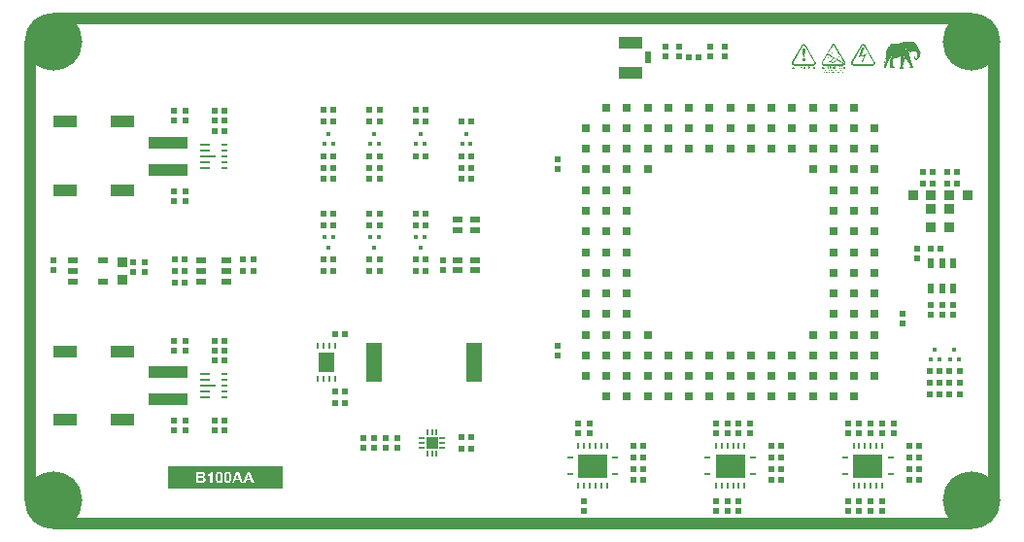
<source format=gts>
G04*
G04 #@! TF.GenerationSoftware,Altium Limited,Altium Designer,20.0.13 (296)*
G04*
G04 Layer_Color=8388736*
%FSLAX25Y25*%
%MOIN*%
G70*
G01*
G75*
%ADD38R,3.14961X0.03937*%
%ADD39R,0.03937X1.57480*%
%ADD40R,0.03228X0.02047*%
%ADD41R,0.03622X0.01063*%
%ADD42R,0.05197X0.01063*%
%ADD43R,0.02441X0.01063*%
%ADD44R,0.01063X0.02441*%
%ADD45R,0.10118X0.08150*%
%ADD46R,0.01929X0.02126*%
%ADD47R,0.01063X0.02047*%
%ADD48R,0.02047X0.01063*%
%ADD49R,0.04016X0.04016*%
%ADD50R,0.05197X0.13465*%
%ADD51R,0.13465X0.03937*%
%ADD52R,0.02126X0.01929*%
%ADD53R,0.03228X0.03228*%
G04:AMPARAMS|DCode=54|XSize=28.35mil|YSize=28.35mil|CornerRadius=3.15mil|HoleSize=0mil|Usage=FLASHONLY|Rotation=0.000|XOffset=0mil|YOffset=0mil|HoleType=Round|Shape=RoundedRectangle|*
%AMROUNDEDRECTD54*
21,1,0.02835,0.02205,0,0,0.0*
21,1,0.02205,0.02835,0,0,0.0*
1,1,0.00630,0.01102,-0.01102*
1,1,0.00630,-0.01102,-0.01102*
1,1,0.00630,-0.01102,0.01102*
1,1,0.00630,0.01102,0.01102*
%
%ADD54ROUNDEDRECTD54*%
%ADD55R,0.05787X0.06969*%
%ADD56R,0.07953X0.04016*%
%ADD57R,0.02441X0.04016*%
%ADD58R,0.03228X0.03228*%
%ADD59R,0.01654X0.01654*%
%ADD60R,0.01654X0.01654*%
%ADD61R,0.02047X0.03228*%
%ADD62C,0.02953*%
%ADD63C,0.19764*%
G36*
X292648Y157416D02*
X292901D01*
Y157353D01*
X293408D01*
Y157416D01*
X294042D01*
Y157353D01*
X294675D01*
Y157290D01*
X295055D01*
Y157226D01*
X295309D01*
Y157163D01*
X295372D01*
Y157099D01*
X295499D01*
Y157036D01*
X295626D01*
Y156973D01*
X295689D01*
Y156909D01*
X295752D01*
Y156846D01*
X295816D01*
Y156783D01*
X295879D01*
Y156719D01*
X295942D01*
Y156656D01*
X296006D01*
Y156593D01*
Y156529D01*
X295942D01*
Y156466D01*
Y156403D01*
X296006D01*
Y156466D01*
X296069D01*
Y156529D01*
X296132D01*
Y156466D01*
Y156403D01*
X296196D01*
Y156339D01*
Y156276D01*
X296323D01*
Y156212D01*
X296259D01*
Y156149D01*
X296386D01*
Y156086D01*
X296449D01*
Y156022D01*
Y155959D01*
Y155896D01*
X296513D01*
Y155832D01*
X296576D01*
Y155769D01*
Y155706D01*
X296639D01*
Y155642D01*
Y155579D01*
Y155516D01*
X296703D01*
Y155452D01*
Y155389D01*
X296766D01*
Y155325D01*
Y155262D01*
X296830D01*
Y155199D01*
Y155135D01*
X296893D01*
Y155072D01*
X296956D01*
Y155009D01*
Y154945D01*
X297020D01*
Y154882D01*
Y154818D01*
X297083D01*
Y154755D01*
X297146D01*
Y154692D01*
X297083D01*
Y154628D01*
X297146D01*
Y154565D01*
X297210D01*
Y154502D01*
Y154438D01*
Y154375D01*
X297273D01*
Y154312D01*
Y154248D01*
Y154185D01*
X297336D01*
Y154122D01*
Y154058D01*
Y153995D01*
Y153931D01*
Y153868D01*
X297400D01*
Y153805D01*
Y153741D01*
X298223D01*
Y153678D01*
X298160D01*
Y153615D01*
X298033D01*
Y153551D01*
X297780D01*
Y153488D01*
X298160D01*
Y153425D01*
X298097D01*
Y153361D01*
X298033D01*
Y153425D01*
X297970D01*
Y153361D01*
X297907D01*
Y153298D01*
X297463D01*
Y153235D01*
Y153171D01*
Y153108D01*
Y153044D01*
Y152981D01*
Y152918D01*
Y152854D01*
Y152791D01*
Y152728D01*
Y152664D01*
X297400D01*
Y152601D01*
Y152538D01*
Y152474D01*
Y152411D01*
X297336D01*
Y152347D01*
X297273D01*
Y152284D01*
X297336D01*
Y152221D01*
X297273D01*
Y152157D01*
X297210D01*
Y152094D01*
X297146D01*
Y152031D01*
X297210D01*
Y151967D01*
X297146D01*
Y151904D01*
Y151841D01*
X297083D01*
Y151904D01*
X297020D01*
Y151841D01*
X297083D01*
Y151777D01*
Y151714D01*
X297020D01*
Y151651D01*
X296956D01*
Y151587D01*
Y151524D01*
X296893D01*
Y151460D01*
X296766D01*
Y151397D01*
Y151334D01*
X296639D01*
Y151270D01*
X296576D01*
Y151207D01*
X296449D01*
Y151144D01*
X296259D01*
Y151080D01*
X295942D01*
Y151144D01*
X295752D01*
Y151207D01*
X295626D01*
Y151270D01*
X295562D01*
Y151334D01*
X295499D01*
Y151397D01*
X295436D01*
Y151460D01*
Y151524D01*
Y151587D01*
X295372D01*
Y151651D01*
Y151714D01*
X295309D01*
Y151777D01*
Y151841D01*
Y151904D01*
Y151967D01*
X295372D01*
Y152031D01*
X295436D01*
Y152094D01*
X295372D01*
Y152157D01*
X295436D01*
Y152221D01*
Y152284D01*
X295499D01*
Y152347D01*
X295562D01*
Y152411D01*
X295626D01*
Y152474D01*
X295816D01*
Y152411D01*
X295879D01*
Y152347D01*
Y152284D01*
X295816D01*
Y152221D01*
X295879D01*
Y152157D01*
Y152094D01*
X295816D01*
Y152031D01*
X295752D01*
Y151967D01*
Y151904D01*
Y151841D01*
X295816D01*
Y151777D01*
X295942D01*
Y151714D01*
X296132D01*
Y151777D01*
X296259D01*
Y151841D01*
X296323D01*
Y151904D01*
X296386D01*
Y151967D01*
Y152031D01*
Y152094D01*
X296449D01*
Y152157D01*
X296513D01*
Y152221D01*
X296449D01*
Y152284D01*
X296513D01*
Y152347D01*
Y152411D01*
Y152474D01*
Y152538D01*
Y152601D01*
Y152664D01*
Y152728D01*
Y152791D01*
Y152854D01*
Y152918D01*
Y152981D01*
Y153044D01*
X296576D01*
Y153108D01*
X296513D01*
Y153171D01*
Y153235D01*
X296449D01*
Y153298D01*
Y153361D01*
X296386D01*
Y153425D01*
Y153488D01*
Y153551D01*
X296323D01*
Y153615D01*
Y153678D01*
X296259D01*
Y153741D01*
Y153805D01*
X296196D01*
Y153868D01*
X295816D01*
Y153805D01*
X295626D01*
Y153868D01*
X295562D01*
Y153931D01*
X295436D01*
Y153995D01*
X295372D01*
Y154058D01*
X295245D01*
Y154122D01*
X294802D01*
Y154058D01*
X294739D01*
Y153995D01*
X294612D01*
Y153931D01*
Y153868D01*
X294422D01*
Y153805D01*
Y153741D01*
X294295D01*
Y153678D01*
X294168D01*
Y153741D01*
X294105D01*
Y153678D01*
X293978D01*
Y153741D01*
X293851D01*
Y153805D01*
X293725D01*
Y153868D01*
X293598D01*
Y153931D01*
Y153995D01*
X293535D01*
Y153931D01*
X293471D01*
Y153995D01*
X293408D01*
Y154058D01*
X293345D01*
Y154122D01*
Y154185D01*
X293408D01*
Y154248D01*
X293281D01*
Y154185D01*
Y154122D01*
X293218D01*
Y154185D01*
X293155D01*
Y154248D01*
X293091D01*
Y154312D01*
X293028D01*
Y154375D01*
X292964D01*
Y154438D01*
X292901D01*
Y154502D01*
X292838D01*
Y154565D01*
X292774D01*
Y154628D01*
Y154692D01*
X292711D01*
Y154755D01*
X292648D01*
Y154818D01*
X292584D01*
Y154882D01*
Y154945D01*
X292521D01*
Y155009D01*
X292458D01*
Y155072D01*
Y155135D01*
X292394D01*
Y155072D01*
Y155009D01*
X292458D01*
Y154945D01*
Y154882D01*
X292521D01*
Y154818D01*
Y154755D01*
X292584D01*
Y154692D01*
X292648D01*
Y154628D01*
X292711D01*
Y154565D01*
Y154502D01*
X292774D01*
Y154438D01*
X292838D01*
Y154375D01*
X292901D01*
Y154312D01*
X292964D01*
Y154248D01*
X293028D01*
Y154185D01*
X293155D01*
Y154122D01*
X293218D01*
Y154058D01*
X293281D01*
Y153995D01*
X293345D01*
Y153931D01*
X293471D01*
Y153868D01*
X293535D01*
Y153805D01*
Y153741D01*
X293661D01*
Y153678D01*
Y153615D01*
Y153551D01*
Y153488D01*
Y153425D01*
Y153361D01*
Y153298D01*
Y153235D01*
X293725D01*
Y153171D01*
Y153108D01*
Y153044D01*
Y152981D01*
Y152918D01*
Y152854D01*
Y152791D01*
Y152728D01*
X293788D01*
Y152664D01*
X293851D01*
Y152601D01*
Y152538D01*
Y152474D01*
X293915D01*
Y152411D01*
Y152347D01*
X293978D01*
Y152284D01*
Y152221D01*
Y152157D01*
Y152094D01*
Y152031D01*
X294042D01*
Y151967D01*
Y151904D01*
Y151841D01*
X294105D01*
Y151777D01*
Y151714D01*
X294042D01*
Y151651D01*
X294105D01*
Y151587D01*
X294168D01*
Y151524D01*
Y151460D01*
X294105D01*
Y151397D01*
X294168D01*
Y151334D01*
Y151270D01*
X294232D01*
Y151207D01*
Y151144D01*
Y151080D01*
X294295D01*
Y151017D01*
Y150953D01*
Y150890D01*
Y150827D01*
X294358D01*
Y150763D01*
Y150700D01*
Y150637D01*
X294422D01*
Y150573D01*
X294358D01*
Y150510D01*
X294422D01*
Y150447D01*
X294485D01*
Y150383D01*
Y150320D01*
Y150257D01*
X294549D01*
Y150193D01*
Y150130D01*
Y150066D01*
X294612D01*
Y150003D01*
X294549D01*
Y149940D01*
X294612D01*
Y149876D01*
Y149813D01*
X294675D01*
Y149750D01*
X294612D01*
Y149686D01*
X294675D01*
Y149623D01*
Y149559D01*
Y149496D01*
Y149433D01*
Y149370D01*
X294739D01*
Y149306D01*
Y149243D01*
Y149179D01*
X294802D01*
Y149116D01*
Y149053D01*
X294865D01*
Y148989D01*
Y148926D01*
X294929D01*
Y148863D01*
Y148799D01*
X294992D01*
Y148736D01*
X295055D01*
Y148672D01*
Y148609D01*
X295119D01*
Y148546D01*
X295182D01*
Y148482D01*
X295245D01*
Y148419D01*
Y148356D01*
X295182D01*
Y148292D01*
X294992D01*
Y148229D01*
X294422D01*
Y148166D01*
X294358D01*
Y148229D01*
X293915D01*
Y148292D01*
Y148356D01*
X293851D01*
Y148419D01*
Y148482D01*
Y148546D01*
Y148609D01*
X293915D01*
Y148672D01*
Y148736D01*
X293978D01*
Y148799D01*
X294042D01*
Y148863D01*
Y148926D01*
X293978D01*
Y148989D01*
Y149053D01*
Y149116D01*
X293915D01*
Y149179D01*
Y149243D01*
Y149306D01*
X293851D01*
Y149370D01*
Y149433D01*
Y149496D01*
X293788D01*
Y149559D01*
Y149623D01*
X293725D01*
Y149686D01*
Y149750D01*
X293661D01*
Y149813D01*
Y149876D01*
X293598D01*
Y149940D01*
Y150003D01*
X293535D01*
Y150066D01*
X293471D01*
Y150130D01*
Y150193D01*
X293408D01*
Y150257D01*
X293471D01*
Y150320D01*
X293345D01*
Y150383D01*
Y150447D01*
Y150510D01*
X293218D01*
Y150573D01*
Y150637D01*
X293155D01*
Y150700D01*
Y150763D01*
X293091D01*
Y150827D01*
X293028D01*
Y150890D01*
X293155D01*
Y150953D01*
X292964D01*
Y151017D01*
X292901D01*
Y151080D01*
Y151144D01*
X292838D01*
Y151207D01*
X292774D01*
Y151270D01*
X292711D01*
Y151334D01*
X292648D01*
Y151397D01*
X292584D01*
Y151460D01*
X292521D01*
Y151524D01*
X292458D01*
Y151587D01*
X292394D01*
Y151651D01*
X292331D01*
Y151714D01*
X292267D01*
Y151777D01*
X292204D01*
Y151841D01*
Y151904D01*
X292141D01*
Y151967D01*
X292077D01*
Y152031D01*
Y152094D01*
X292014D01*
Y152157D01*
X291951D01*
Y152221D01*
Y152284D01*
X291887D01*
Y152347D01*
Y152411D01*
X291824D01*
Y152474D01*
Y152538D01*
X291761D01*
Y152474D01*
Y152411D01*
X291824D01*
Y152347D01*
Y152284D01*
X291887D01*
Y152221D01*
Y152157D01*
X291951D01*
Y152094D01*
Y152031D01*
X292014D01*
Y151967D01*
X292077D01*
Y151904D01*
Y151841D01*
X292141D01*
Y151777D01*
X292204D01*
Y151714D01*
Y151651D01*
X292267D01*
Y151587D01*
Y151524D01*
Y151460D01*
Y151397D01*
X292204D01*
Y151334D01*
Y151270D01*
Y151207D01*
X292141D01*
Y151144D01*
Y151080D01*
Y151017D01*
X292077D01*
Y150953D01*
Y150890D01*
X292014D01*
Y150827D01*
Y150763D01*
Y150700D01*
X291951D01*
Y150637D01*
Y150573D01*
Y150510D01*
X291887D01*
Y150447D01*
Y150383D01*
Y150320D01*
Y150257D01*
X291824D01*
Y150193D01*
Y150130D01*
Y150066D01*
Y150003D01*
X291761D01*
Y149940D01*
Y149876D01*
Y149813D01*
X291697D01*
Y149750D01*
Y149686D01*
X291634D01*
Y149623D01*
Y149559D01*
Y149496D01*
X291570D01*
Y149433D01*
Y149370D01*
X291507D01*
Y149306D01*
Y149243D01*
Y149179D01*
Y149116D01*
Y149053D01*
X291444D01*
Y148989D01*
Y148926D01*
X291507D01*
Y148863D01*
Y148799D01*
Y148736D01*
X291570D01*
Y148672D01*
X291634D01*
Y148609D01*
X291697D01*
Y148546D01*
X291761D01*
Y148482D01*
X291824D01*
Y148419D01*
Y148356D01*
X291887D01*
Y148292D01*
Y148229D01*
Y148166D01*
X291761D01*
Y148102D01*
X290937D01*
Y148166D01*
X290747D01*
Y148102D01*
X290430D01*
Y148166D01*
X290367D01*
Y148229D01*
Y148292D01*
Y148356D01*
Y148419D01*
X290430D01*
Y148482D01*
Y148546D01*
X290493D01*
Y148609D01*
X290620D01*
Y148672D01*
Y148736D01*
Y148799D01*
X290683D01*
Y148863D01*
X290620D01*
Y148926D01*
Y148989D01*
Y149053D01*
Y149116D01*
Y149179D01*
Y149243D01*
Y149306D01*
Y149370D01*
Y149433D01*
Y149496D01*
Y149559D01*
X290683D01*
Y149623D01*
Y149686D01*
Y149750D01*
Y149813D01*
Y149876D01*
Y149940D01*
Y150003D01*
Y150066D01*
X290747D01*
Y150130D01*
Y150193D01*
Y150257D01*
Y150320D01*
Y150383D01*
X290810D01*
Y150447D01*
Y150510D01*
Y150573D01*
Y150637D01*
Y150700D01*
Y150763D01*
X290874D01*
Y150827D01*
Y150890D01*
Y150953D01*
Y151017D01*
Y151080D01*
Y151144D01*
Y151207D01*
Y151270D01*
Y151334D01*
Y151397D01*
Y151460D01*
Y151524D01*
X290937D01*
Y151587D01*
X290874D01*
Y151651D01*
Y151714D01*
Y151777D01*
Y151841D01*
Y151904D01*
Y151967D01*
Y152031D01*
Y152094D01*
X290810D01*
Y152157D01*
Y152221D01*
Y152284D01*
X290683D01*
Y152221D01*
X290557D01*
Y152157D01*
X290430D01*
Y152094D01*
X290303D01*
Y152031D01*
X290113D01*
Y151967D01*
X289923D01*
Y151904D01*
X289606D01*
Y151841D01*
X289480D01*
Y151904D01*
X289289D01*
Y151841D01*
X288846D01*
Y151904D01*
X288783D01*
Y151841D01*
X288846D01*
Y151777D01*
X288719D01*
Y151714D01*
Y151651D01*
X288656D01*
Y151587D01*
X288593D01*
Y151524D01*
X288529D01*
Y151460D01*
X288466D01*
Y151397D01*
X288402D01*
Y151334D01*
X288339D01*
Y151270D01*
X288276D01*
Y151207D01*
X288212D01*
Y151144D01*
Y151080D01*
X288149D01*
Y151017D01*
Y150953D01*
Y150890D01*
X288086D01*
Y150827D01*
Y150763D01*
X288022D01*
Y150700D01*
Y150637D01*
Y150573D01*
X287959D01*
Y150510D01*
Y150447D01*
Y150383D01*
Y150320D01*
X288022D01*
Y150257D01*
Y150193D01*
Y150130D01*
Y150066D01*
Y150003D01*
Y149940D01*
Y149876D01*
Y149813D01*
Y149750D01*
Y149686D01*
Y149623D01*
Y149559D01*
Y149496D01*
Y149433D01*
Y149370D01*
Y149306D01*
X288086D01*
Y149243D01*
Y149179D01*
Y149116D01*
X288149D01*
Y149053D01*
Y148989D01*
X288212D01*
Y148926D01*
X288276D01*
Y148863D01*
X288339D01*
Y148799D01*
X288402D01*
Y148736D01*
X288466D01*
Y148672D01*
X288529D01*
Y148609D01*
X288593D01*
Y148546D01*
X288656D01*
Y148482D01*
Y148419D01*
Y148356D01*
X288593D01*
Y148292D01*
X287199D01*
Y148356D01*
X287072D01*
Y148419D01*
Y148482D01*
Y148546D01*
Y148609D01*
Y148672D01*
Y148736D01*
Y148799D01*
Y148863D01*
Y148926D01*
Y148989D01*
Y149053D01*
Y149116D01*
Y149179D01*
Y149243D01*
X287135D01*
Y149306D01*
Y149370D01*
Y149433D01*
Y149496D01*
Y149559D01*
X287199D01*
Y149623D01*
Y149686D01*
Y149750D01*
Y149813D01*
Y149876D01*
Y149940D01*
Y150003D01*
Y150066D01*
Y150130D01*
Y150193D01*
Y150257D01*
Y150320D01*
Y150383D01*
Y150447D01*
Y150510D01*
Y150573D01*
X287135D01*
Y150637D01*
Y150700D01*
Y150763D01*
Y150827D01*
Y150890D01*
Y150953D01*
Y151017D01*
X287072D01*
Y151080D01*
X287009D01*
Y151144D01*
X286945D01*
Y151207D01*
X287009D01*
Y151270D01*
X287072D01*
Y151334D01*
X287135D01*
Y151397D01*
X287199D01*
Y151460D01*
X287262D01*
Y151524D01*
Y151587D01*
X287325D01*
Y151651D01*
X287452D01*
Y151714D01*
Y151777D01*
Y151841D01*
X287389D01*
Y151777D01*
X287325D01*
Y151714D01*
X287262D01*
Y151651D01*
X287199D01*
Y151587D01*
Y151524D01*
X287135D01*
Y151460D01*
X287072D01*
Y151524D01*
X286945D01*
Y151460D01*
X287072D01*
Y151397D01*
X287009D01*
Y151334D01*
X286945D01*
Y151270D01*
X286882D01*
Y151207D01*
Y151144D01*
X286818D01*
Y151080D01*
X286755D01*
Y151017D01*
X286692D01*
Y150953D01*
X286628D01*
Y150890D01*
Y150827D01*
X286565D01*
Y150763D01*
X286502D01*
Y150700D01*
Y150637D01*
X286438D01*
Y150573D01*
Y150510D01*
X286312D01*
Y150447D01*
X286375D01*
Y150383D01*
X286312D01*
Y150320D01*
X286248D01*
Y150257D01*
Y150193D01*
Y150130D01*
X286185D01*
Y150066D01*
Y150003D01*
X286122D01*
Y149940D01*
Y149876D01*
X286058D01*
Y149813D01*
X286122D01*
Y149750D01*
X286058D01*
Y149686D01*
Y149623D01*
Y149559D01*
Y149496D01*
X285995D01*
Y149559D01*
X285931D01*
Y149496D01*
X285995D01*
Y149433D01*
Y149370D01*
Y149306D01*
Y149243D01*
X285931D01*
Y149179D01*
Y149116D01*
Y149053D01*
X285868D01*
Y148989D01*
Y148926D01*
Y148863D01*
X285805D01*
Y148799D01*
X285868D01*
Y148736D01*
Y148672D01*
Y148609D01*
X285931D01*
Y148546D01*
X285868D01*
Y148609D01*
X285805D01*
Y148546D01*
X285868D01*
Y148482D01*
Y148419D01*
Y148356D01*
X285741D01*
Y148292D01*
X285678D01*
Y148356D01*
X285108D01*
Y148419D01*
X285044D01*
Y148482D01*
X284981D01*
Y148546D01*
Y148609D01*
X284918D01*
Y148672D01*
Y148736D01*
Y148799D01*
Y148863D01*
Y148926D01*
Y148989D01*
X284981D01*
Y149053D01*
Y149116D01*
X285044D01*
Y149179D01*
X285108D01*
Y149243D01*
X285171D01*
Y149306D01*
X285234D01*
Y149243D01*
X285298D01*
Y149306D01*
X285234D01*
Y149370D01*
Y149433D01*
Y149496D01*
Y149559D01*
X285298D01*
Y149623D01*
Y149686D01*
Y149750D01*
X285361D01*
Y149813D01*
Y149876D01*
X285424D01*
Y149940D01*
Y150003D01*
X285298D01*
Y149940D01*
X285234D01*
Y150003D01*
Y150066D01*
X285108D01*
Y150130D01*
Y150193D01*
X285171D01*
Y150257D01*
Y150320D01*
Y150383D01*
Y150447D01*
Y150510D01*
X285234D01*
Y150573D01*
Y150637D01*
Y150700D01*
X285298D01*
Y150763D01*
Y150827D01*
Y150890D01*
Y150953D01*
X285361D01*
Y151017D01*
Y151080D01*
Y151144D01*
X285424D01*
Y151207D01*
Y151270D01*
Y151334D01*
X285488D01*
Y151397D01*
Y151460D01*
Y151524D01*
Y151587D01*
X285551D01*
Y151524D01*
X285615D01*
Y151460D01*
Y151397D01*
Y151334D01*
Y151270D01*
X285551D01*
Y151207D01*
Y151144D01*
Y151080D01*
Y151017D01*
X285488D01*
Y150953D01*
Y150890D01*
Y150827D01*
X285424D01*
Y150763D01*
Y150700D01*
Y150637D01*
Y150573D01*
Y150510D01*
Y150447D01*
Y150383D01*
Y150320D01*
Y150257D01*
Y150193D01*
Y150130D01*
X285361D01*
Y150066D01*
X285488D01*
Y150130D01*
Y150193D01*
Y150257D01*
X285551D01*
Y150320D01*
Y150383D01*
Y150447D01*
Y150510D01*
X285615D01*
Y150573D01*
Y150637D01*
Y150700D01*
Y150763D01*
Y150827D01*
X285678D01*
Y150890D01*
Y150953D01*
Y151017D01*
Y151080D01*
Y151144D01*
Y151207D01*
Y151270D01*
Y151334D01*
Y151397D01*
Y151460D01*
Y151524D01*
Y151587D01*
X285615D01*
Y151651D01*
X285551D01*
Y151714D01*
Y151777D01*
Y151841D01*
X285615D01*
Y151904D01*
Y151967D01*
Y152031D01*
Y152094D01*
Y152157D01*
Y152221D01*
Y152284D01*
Y152347D01*
X285678D01*
Y152411D01*
Y152474D01*
Y152538D01*
Y152601D01*
Y152664D01*
Y152728D01*
Y152791D01*
X285741D01*
Y152854D01*
Y152918D01*
Y152981D01*
Y153044D01*
Y153108D01*
Y153171D01*
Y153235D01*
Y153298D01*
Y153361D01*
Y153425D01*
Y153488D01*
Y153551D01*
Y153615D01*
Y153678D01*
Y153741D01*
Y153805D01*
Y153868D01*
Y153931D01*
Y153995D01*
X285805D01*
Y154058D01*
Y154122D01*
Y154185D01*
Y154248D01*
Y154312D01*
X285868D01*
Y154375D01*
Y154438D01*
X285931D01*
Y154502D01*
Y154565D01*
Y154628D01*
X285995D01*
Y154692D01*
X286058D01*
Y154755D01*
Y154818D01*
X286122D01*
Y154882D01*
Y154945D01*
X286248D01*
Y155009D01*
Y155072D01*
Y155135D01*
X286312D01*
Y155199D01*
X286375D01*
Y155262D01*
X286502D01*
Y155325D01*
X286438D01*
Y155389D01*
X286502D01*
Y155452D01*
X286565D01*
Y155516D01*
Y155579D01*
X286628D01*
Y155642D01*
X286692D01*
Y155706D01*
Y155769D01*
X286755D01*
Y155832D01*
X286818D01*
Y155896D01*
X286882D01*
Y155832D01*
X286945D01*
Y155896D01*
X286882D01*
Y155959D01*
Y156022D01*
X286945D01*
Y156086D01*
X287009D01*
Y156149D01*
X287072D01*
Y156212D01*
X287135D01*
Y156276D01*
X287325D01*
Y156339D01*
Y156403D01*
X287389D01*
Y156339D01*
X287452D01*
Y156403D01*
Y156466D01*
X287579D01*
Y156529D01*
X287705D01*
Y156593D01*
X287959D01*
Y156656D01*
X288149D01*
Y156593D01*
X288212D01*
Y156656D01*
X288149D01*
Y156719D01*
X288656D01*
Y156783D01*
X290177D01*
Y156846D01*
X290493D01*
Y156909D01*
X290683D01*
Y156973D01*
X290874D01*
Y157036D01*
X291064D01*
Y157099D01*
X291317D01*
Y157163D01*
X291507D01*
Y157226D01*
X291761D01*
Y157290D01*
X291887D01*
Y157353D01*
X292077D01*
Y157416D01*
X292141D01*
Y157353D01*
X292204D01*
Y157416D01*
X292267D01*
Y157353D01*
X292331D01*
Y157416D01*
X292267D01*
Y157480D01*
X292648D01*
Y157416D01*
D02*
G37*
G36*
X78740Y3937D02*
X39370D01*
Y11811D01*
X78740D01*
Y3937D01*
D02*
G37*
G36*
X277999Y156557D02*
X278078Y156544D01*
X278163Y156518D01*
X278262Y156478D01*
X278360Y156419D01*
X278452Y156347D01*
X278465Y156341D01*
X278485Y156314D01*
X278511Y156282D01*
X278537Y156255D01*
X278544Y156249D01*
X278557Y156223D01*
X278583Y156190D01*
X278609Y156150D01*
X281903Y150437D01*
X281909Y150424D01*
X281929Y150391D01*
X281955Y150332D01*
X281981Y150253D01*
X282008Y150161D01*
X282021Y150063D01*
X282027Y149945D01*
X282008Y149827D01*
Y149820D01*
X282001Y149794D01*
X281988Y149754D01*
X281968Y149708D01*
Y149702D01*
X281955Y149676D01*
X281942Y149636D01*
X281916Y149590D01*
X281909Y149577D01*
X281883Y149545D01*
X281843Y149492D01*
X281791Y149433D01*
X281725Y149367D01*
X281640Y149308D01*
X281548Y149249D01*
X281437Y149203D01*
X281424D01*
X281391Y149190D01*
X281351Y149184D01*
X281319Y149177D01*
X281312D01*
X281293Y149171D01*
X281253D01*
X281201Y149164D01*
X274529D01*
X274470Y149177D01*
X274391Y149190D01*
X274300Y149216D01*
X274201Y149256D01*
X274103Y149315D01*
X274004Y149387D01*
X273998Y149394D01*
X273972Y149413D01*
X273945Y149446D01*
X273919Y149479D01*
X273913Y149485D01*
X273893Y149512D01*
X273873Y149545D01*
X273853Y149584D01*
X273847D01*
Y149590D01*
X273840Y149603D01*
X273821Y149636D01*
X273801Y149695D01*
X273775Y149767D01*
X273755Y149853D01*
X273742Y149951D01*
Y150063D01*
X273755Y150181D01*
Y150187D01*
X273762Y150194D01*
X273768Y150227D01*
X273775Y150266D01*
X273788Y150292D01*
Y150299D01*
X273801Y150325D01*
X273814Y150364D01*
X273840Y150410D01*
Y150417D01*
X273847Y150424D01*
X277147Y156137D01*
X277153Y156144D01*
X277166Y156164D01*
X277186Y156196D01*
X277212Y156236D01*
X277245Y156282D01*
X277291Y156327D01*
X277343Y156373D01*
X277396Y156413D01*
X277402D01*
X277409Y156426D01*
X277429Y156432D01*
X277455Y156452D01*
X277461Y156459D01*
X277488Y156472D01*
X277527Y156491D01*
X277579Y156511D01*
X277645Y156531D01*
X277717Y156551D01*
X277796Y156564D01*
X277881Y156570D01*
X277934D01*
X277999Y156557D01*
D02*
G37*
G36*
X267831D02*
X267910Y156544D01*
X267995Y156518D01*
X268094Y156478D01*
X268192Y156419D01*
X268284Y156347D01*
X268297Y156341D01*
X268317Y156314D01*
X268343Y156282D01*
X268369Y156255D01*
X268376Y156249D01*
X268389Y156223D01*
X268415Y156190D01*
X268441Y156150D01*
X271734Y150437D01*
X271741Y150424D01*
X271761Y150391D01*
X271787Y150332D01*
X271813Y150253D01*
X271839Y150161D01*
X271853Y150063D01*
X271859Y149945D01*
X271839Y149827D01*
Y149820D01*
X271833Y149794D01*
X271820Y149754D01*
X271800Y149708D01*
Y149702D01*
X271787Y149676D01*
X271774Y149636D01*
X271748Y149590D01*
X271741Y149577D01*
X271715Y149545D01*
X271675Y149492D01*
X271623Y149433D01*
X271557Y149367D01*
X271472Y149308D01*
X271380Y149249D01*
X271269Y149203D01*
X271256D01*
X271223Y149190D01*
X271183Y149184D01*
X271151Y149177D01*
X271144D01*
X271125Y149171D01*
X271085D01*
X271033Y149164D01*
X264361D01*
X264302Y149177D01*
X264223Y149190D01*
X264131Y149216D01*
X264033Y149256D01*
X263935Y149315D01*
X263836Y149387D01*
X263830Y149394D01*
X263804Y149413D01*
X263777Y149446D01*
X263751Y149479D01*
X263744Y149485D01*
X263725Y149512D01*
X263705Y149545D01*
X263685Y149584D01*
X263679D01*
Y149590D01*
X263672Y149603D01*
X263653Y149636D01*
X263633Y149695D01*
X263607Y149767D01*
X263587Y149853D01*
X263574Y149951D01*
Y150063D01*
X263587Y150181D01*
Y150187D01*
X263594Y150194D01*
X263600Y150227D01*
X263607Y150266D01*
X263620Y150292D01*
Y150299D01*
X263633Y150325D01*
X263646Y150364D01*
X263672Y150410D01*
Y150417D01*
X263679Y150424D01*
X266979Y156137D01*
X266985Y156144D01*
X266998Y156164D01*
X267018Y156196D01*
X267044Y156236D01*
X267077Y156282D01*
X267123Y156327D01*
X267175Y156373D01*
X267228Y156413D01*
X267234D01*
X267241Y156426D01*
X267261Y156432D01*
X267287Y156452D01*
X267293Y156459D01*
X267320Y156472D01*
X267359Y156491D01*
X267411Y156511D01*
X267477Y156531D01*
X267549Y156551D01*
X267628Y156564D01*
X267713Y156570D01*
X267766D01*
X267831Y156557D01*
D02*
G37*
G36*
X257663D02*
X257742Y156544D01*
X257827Y156518D01*
X257926Y156478D01*
X258024Y156419D01*
X258116Y156347D01*
X258129Y156341D01*
X258149Y156314D01*
X258175Y156282D01*
X258201Y156255D01*
X258208Y156249D01*
X258221Y156223D01*
X258247Y156190D01*
X258273Y156150D01*
X261566Y150437D01*
X261573Y150424D01*
X261593Y150391D01*
X261619Y150332D01*
X261645Y150253D01*
X261671Y150161D01*
X261685Y150063D01*
X261691Y149945D01*
X261671Y149827D01*
Y149820D01*
X261665Y149794D01*
X261652Y149754D01*
X261632Y149708D01*
Y149702D01*
X261619Y149676D01*
X261606Y149636D01*
X261580Y149590D01*
X261573Y149577D01*
X261547Y149545D01*
X261508Y149492D01*
X261455Y149433D01*
X261389Y149367D01*
X261304Y149308D01*
X261212Y149249D01*
X261101Y149203D01*
X261088D01*
X261055Y149190D01*
X261016Y149184D01*
X260983Y149177D01*
X260976D01*
X260957Y149171D01*
X260917D01*
X260865Y149164D01*
X254193D01*
X254134Y149177D01*
X254055Y149190D01*
X253963Y149216D01*
X253865Y149256D01*
X253767Y149315D01*
X253668Y149387D01*
X253662Y149394D01*
X253636Y149413D01*
X253609Y149446D01*
X253583Y149479D01*
X253576Y149485D01*
X253557Y149512D01*
X253537Y149545D01*
X253517Y149584D01*
X253511D01*
Y149590D01*
X253504Y149603D01*
X253485Y149636D01*
X253465Y149695D01*
X253439Y149767D01*
X253419Y149853D01*
X253406Y149951D01*
Y150063D01*
X253419Y150181D01*
Y150187D01*
X253426Y150194D01*
X253432Y150227D01*
X253439Y150266D01*
X253452Y150292D01*
Y150299D01*
X253465Y150325D01*
X253478Y150364D01*
X253504Y150410D01*
Y150417D01*
X253511Y150424D01*
X256810Y156137D01*
X256817Y156144D01*
X256830Y156164D01*
X256850Y156196D01*
X256876Y156236D01*
X256909Y156282D01*
X256955Y156327D01*
X257007Y156373D01*
X257060Y156413D01*
X257066D01*
X257073Y156426D01*
X257093Y156432D01*
X257119Y156452D01*
X257125Y156459D01*
X257152Y156472D01*
X257191Y156491D01*
X257243Y156511D01*
X257309Y156531D01*
X257381Y156551D01*
X257460Y156564D01*
X257545Y156570D01*
X257598D01*
X257663Y156557D01*
D02*
G37*
G36*
X271748Y147983D02*
X271603D01*
X271052Y148803D01*
Y147983D01*
X270921D01*
Y149026D01*
X271065D01*
X271610Y148206D01*
Y149026D01*
X271748D01*
Y147983D01*
D02*
G37*
G36*
X268251D02*
X268107D01*
X267556Y148803D01*
Y147983D01*
X267425D01*
Y149026D01*
X267569D01*
X268120Y148206D01*
Y149026D01*
X268251D01*
Y147983D01*
D02*
G37*
G36*
X261580D02*
X261435D01*
X260884Y148803D01*
Y147983D01*
X260753D01*
Y149026D01*
X260897D01*
X261442Y148206D01*
Y149026D01*
X261580D01*
Y147983D01*
D02*
G37*
G36*
X258083D02*
X257939D01*
X257388Y148803D01*
Y147983D01*
X257257D01*
Y149026D01*
X257401D01*
X257952Y148206D01*
Y149026D01*
X258083D01*
Y147983D01*
D02*
G37*
G36*
X269544D02*
X269399D01*
Y149026D01*
X269544D01*
Y147983D01*
D02*
G37*
G36*
X269235Y148902D02*
X268887D01*
Y147983D01*
X268750D01*
Y148902D01*
X268402D01*
Y149026D01*
X269235D01*
Y148902D01*
D02*
G37*
G36*
X267215D02*
X266592D01*
Y148580D01*
X267175D01*
Y148462D01*
X266592D01*
Y148101D01*
X267234D01*
Y147983D01*
X266454D01*
Y149026D01*
X267215D01*
Y148902D01*
D02*
G37*
G36*
X266309D02*
X265962D01*
Y147983D01*
X265824D01*
Y148902D01*
X265476D01*
Y149026D01*
X266309D01*
Y148902D01*
D02*
G37*
G36*
X265417D02*
X265070D01*
Y147983D01*
X264932D01*
Y148902D01*
X264584D01*
Y149026D01*
X265417D01*
Y148902D01*
D02*
G37*
G36*
X264663Y147983D02*
X264505D01*
X264381Y148298D01*
X263941D01*
X263830Y147983D01*
X263679D01*
X264086Y149026D01*
X264230D01*
X264663Y147983D01*
D02*
G37*
G36*
X259376D02*
X259231D01*
Y149026D01*
X259376D01*
Y147983D01*
D02*
G37*
G36*
X259067Y148902D02*
X258719D01*
Y147983D01*
X258582D01*
Y148902D01*
X258234D01*
Y149026D01*
X259067D01*
Y148902D01*
D02*
G37*
G36*
X257047D02*
X256423D01*
Y148580D01*
X257007D01*
Y148462D01*
X256423D01*
Y148101D01*
X257066D01*
Y147983D01*
X256286D01*
Y149026D01*
X257047D01*
Y148902D01*
D02*
G37*
G36*
X256141D02*
X255794D01*
Y147983D01*
X255656D01*
Y148902D01*
X255308D01*
Y149026D01*
X256141D01*
Y148902D01*
D02*
G37*
G36*
X255249D02*
X254902D01*
Y147983D01*
X254764D01*
Y148902D01*
X254416D01*
Y149026D01*
X255249D01*
Y148902D01*
D02*
G37*
G36*
X254495Y147983D02*
X254337D01*
X254213Y148298D01*
X253773D01*
X253662Y147983D01*
X253511D01*
X253918Y149026D01*
X254062D01*
X254495Y147983D01*
D02*
G37*
G36*
X270298Y149039D02*
X270331D01*
X270416Y149013D01*
X270462Y149000D01*
X270508Y148974D01*
X270514D01*
X270528Y148961D01*
X270547Y148948D01*
X270573Y148928D01*
X270633Y148869D01*
X270685Y148784D01*
Y148777D01*
X270691Y148764D01*
X270705Y148738D01*
X270718Y148705D01*
X270724Y148659D01*
X270737Y148613D01*
X270744Y148501D01*
Y148495D01*
Y148475D01*
Y148442D01*
X270737Y148410D01*
X270718Y148318D01*
X270678Y148219D01*
Y148213D01*
X270665Y148200D01*
X270652Y148173D01*
X270633Y148147D01*
X270573Y148088D01*
X270495Y148029D01*
X270488D01*
X270475Y148016D01*
X270449Y148009D01*
X270423Y147996D01*
X270337Y147977D01*
X270245Y147964D01*
X270219D01*
X270193Y147970D01*
X270154D01*
X270068Y147996D01*
X270022Y148009D01*
X269976Y148036D01*
X269970D01*
X269957Y148049D01*
X269937Y148062D01*
X269911Y148082D01*
X269852Y148141D01*
X269799Y148226D01*
Y148232D01*
X269793Y148246D01*
X269780Y148272D01*
X269773Y148305D01*
X269760Y148344D01*
X269747Y148390D01*
X269740Y148495D01*
Y148508D01*
Y148534D01*
X269747Y148587D01*
X269760Y148639D01*
X269773Y148705D01*
X269799Y148777D01*
X269832Y148843D01*
X269878Y148902D01*
X269885Y148908D01*
X269904Y148921D01*
X269937Y148948D01*
X269976Y148974D01*
X270029Y149000D01*
X270094Y149026D01*
X270167Y149039D01*
X270245Y149046D01*
X270272D01*
X270298Y149039D01*
D02*
G37*
G36*
X260130D02*
X260163D01*
X260248Y149013D01*
X260294Y149000D01*
X260340Y148974D01*
X260346D01*
X260360Y148961D01*
X260379Y148948D01*
X260405Y148928D01*
X260465Y148869D01*
X260517Y148784D01*
Y148777D01*
X260524Y148764D01*
X260537Y148738D01*
X260550Y148705D01*
X260556Y148659D01*
X260569Y148613D01*
X260576Y148501D01*
Y148495D01*
Y148475D01*
Y148442D01*
X260569Y148410D01*
X260550Y148318D01*
X260510Y148219D01*
Y148213D01*
X260497Y148200D01*
X260484Y148173D01*
X260465Y148147D01*
X260405Y148088D01*
X260327Y148029D01*
X260320D01*
X260307Y148016D01*
X260281Y148009D01*
X260255Y147996D01*
X260169Y147977D01*
X260077Y147964D01*
X260051D01*
X260025Y147970D01*
X259986D01*
X259900Y147996D01*
X259854Y148009D01*
X259808Y148036D01*
X259802D01*
X259789Y148049D01*
X259769Y148062D01*
X259743Y148082D01*
X259684Y148141D01*
X259631Y148226D01*
Y148232D01*
X259625Y148246D01*
X259612Y148272D01*
X259605Y148305D01*
X259592Y148344D01*
X259579Y148390D01*
X259572Y148495D01*
Y148508D01*
Y148534D01*
X259579Y148587D01*
X259592Y148639D01*
X259605Y148705D01*
X259631Y148777D01*
X259664Y148843D01*
X259710Y148902D01*
X259717Y148908D01*
X259736Y148921D01*
X259769Y148948D01*
X259808Y148974D01*
X259861Y149000D01*
X259927Y149026D01*
X259999Y149039D01*
X260077Y149046D01*
X260104D01*
X260130Y149039D01*
D02*
G37*
G36*
X268553Y147813D02*
X268586Y147806D01*
X268592Y147800D01*
X268612Y147793D01*
X268632Y147773D01*
X268651Y147747D01*
X268658Y147740D01*
X268665Y147727D01*
X268671Y147701D01*
X268678Y147668D01*
X268612Y147662D01*
Y147668D01*
X268605Y147688D01*
X268599Y147714D01*
X268579Y147734D01*
X268573Y147740D01*
X268553Y147747D01*
X268527Y147754D01*
X268487Y147760D01*
X268455D01*
X268422Y147754D01*
X268395Y147740D01*
X268389Y147734D01*
X268382Y147721D01*
X268369Y147708D01*
X268363Y147681D01*
Y147675D01*
X268369Y147668D01*
X268376Y147649D01*
X268389Y147635D01*
X268395D01*
X268409Y147622D01*
X268441Y147609D01*
X268487Y147596D01*
X268500D01*
X268540Y147583D01*
X268579Y147576D01*
X268605Y147563D01*
X268612Y147557D01*
X268632Y147550D01*
X268651Y147531D01*
X268671Y147511D01*
X268678Y147504D01*
X268684Y147491D01*
X268691Y147465D01*
X268697Y147439D01*
Y147432D01*
Y147413D01*
X268684Y147386D01*
X268671Y147360D01*
X268665Y147353D01*
X268651Y147340D01*
X268632Y147327D01*
X268605Y147314D01*
X268599Y147308D01*
X268573Y147301D01*
X268540Y147294D01*
X268500Y147288D01*
X268487D01*
X268461Y147294D01*
X268422Y147301D01*
X268382Y147314D01*
X268376D01*
X268356Y147327D01*
X268330Y147340D01*
X268310Y147367D01*
X268304Y147373D01*
X268297Y147393D01*
X268284Y147419D01*
X268277Y147458D01*
X268343Y147465D01*
Y147458D01*
Y147445D01*
X268350Y147419D01*
X268363Y147399D01*
Y147393D01*
X268376Y147386D01*
X268389Y147373D01*
X268415Y147360D01*
X268441D01*
X268468Y147353D01*
X268573D01*
X268586Y147360D01*
X268599Y147373D01*
X268612Y147386D01*
X268618Y147393D01*
X268625Y147399D01*
X268632Y147413D01*
Y147432D01*
Y147439D01*
Y147445D01*
X268625Y147458D01*
X268612Y147471D01*
Y147478D01*
X268599Y147485D01*
X268586Y147491D01*
X268566Y147504D01*
X268553Y147511D01*
X268520Y147517D01*
X268474Y147531D01*
X268461Y147537D01*
X268435Y147544D01*
X268402Y147550D01*
X268369Y147563D01*
X268363Y147570D01*
X268350Y147576D01*
X268317Y147616D01*
Y147622D01*
X268310Y147635D01*
X268304Y147655D01*
X268297Y147675D01*
Y147681D01*
X268304Y147701D01*
X268310Y147727D01*
X268323Y147754D01*
Y147760D01*
X268337Y147773D01*
X268356Y147793D01*
X268389Y147806D01*
X268395D01*
X268415Y147813D01*
X268441Y147819D01*
X268514D01*
X268553Y147813D01*
D02*
G37*
G36*
X270541D02*
X270586Y147806D01*
X270626Y147780D01*
X270633Y147773D01*
X270652Y147754D01*
X270678Y147714D01*
X270698Y147668D01*
X270633Y147655D01*
X270626Y147662D01*
X270619Y147688D01*
X270600Y147714D01*
X270580Y147734D01*
X270573Y147740D01*
X270560Y147747D01*
X270528Y147754D01*
X270495Y147760D01*
X270462D01*
X270423Y147747D01*
X270390Y147734D01*
X270383Y147727D01*
X270370Y147714D01*
X270350Y147688D01*
X270331Y147655D01*
Y147649D01*
X270324Y147629D01*
X270318Y147596D01*
Y147557D01*
Y147544D01*
Y147517D01*
X270324Y147478D01*
X270337Y147439D01*
X270344Y147432D01*
X270350Y147413D01*
X270370Y147386D01*
X270396Y147367D01*
X270403D01*
X270423Y147360D01*
X270455Y147353D01*
X270488Y147347D01*
X270501D01*
X270521Y147353D01*
X270554Y147360D01*
X270586Y147373D01*
X270593Y147380D01*
X270606Y147399D01*
X270626Y147426D01*
X270639Y147471D01*
X270711Y147452D01*
Y147445D01*
X270705Y147439D01*
X270691Y147406D01*
X270665Y147367D01*
X270633Y147334D01*
X270619Y147327D01*
X270593Y147314D01*
X270547Y147294D01*
X270495Y147288D01*
X270482D01*
X270442Y147294D01*
X270396Y147308D01*
X270357Y147327D01*
X270350Y147334D01*
X270324Y147347D01*
X270298Y147373D01*
X270272Y147413D01*
Y147419D01*
X270265Y147426D01*
X270258Y147458D01*
X270252Y147504D01*
X270245Y147557D01*
Y147563D01*
Y147570D01*
X270252Y147603D01*
X270258Y147649D01*
X270278Y147701D01*
X270285Y147708D01*
X270298Y147734D01*
X270324Y147760D01*
X270363Y147786D01*
X270377Y147793D01*
X270403Y147806D01*
X270442Y147813D01*
X270495Y147819D01*
X270508D01*
X270541Y147813D01*
D02*
G37*
G36*
X266500D02*
X266546Y147806D01*
X266592Y147780D01*
X266598Y147773D01*
X266618Y147754D01*
X266644Y147714D01*
X266664Y147668D01*
X266598Y147655D01*
X266592Y147662D01*
X266585Y147688D01*
X266565Y147708D01*
X266546Y147734D01*
X266539Y147740D01*
X266519Y147747D01*
X266493Y147754D01*
X266454Y147760D01*
X266421D01*
X266388Y147747D01*
X266355Y147734D01*
X266349Y147727D01*
X266336Y147714D01*
X266316Y147688D01*
X266296Y147655D01*
Y147649D01*
X266290Y147622D01*
X266283Y147590D01*
X266277Y147557D01*
Y147544D01*
X266283Y147517D01*
X266290Y147478D01*
X266303Y147439D01*
X266309Y147432D01*
X266316Y147413D01*
X266336Y147386D01*
X266362Y147367D01*
X266369D01*
X266388Y147360D01*
X266421Y147353D01*
X266454Y147347D01*
X266467D01*
X266487Y147353D01*
X266519Y147360D01*
X266546Y147373D01*
X266552Y147380D01*
X266565Y147393D01*
X266585Y147426D01*
X266605Y147471D01*
X266677Y147452D01*
Y147445D01*
X266670Y147439D01*
X266657Y147406D01*
X266631Y147367D01*
X266598Y147334D01*
X266585Y147327D01*
X266559Y147314D01*
X266513Y147294D01*
X266454Y147288D01*
X266441D01*
X266408Y147294D01*
X266362Y147308D01*
X266316Y147327D01*
X266309Y147334D01*
X266290Y147347D01*
X266264Y147373D01*
X266237Y147413D01*
Y147419D01*
X266231Y147426D01*
X266224Y147458D01*
X266218Y147504D01*
X266211Y147557D01*
Y147563D01*
Y147570D01*
X266218Y147603D01*
X266224Y147649D01*
X266244Y147701D01*
X266250Y147708D01*
X266264Y147734D01*
X266290Y147760D01*
X266329Y147786D01*
X266342Y147793D01*
X266369Y147806D01*
X266408Y147813D01*
X266454Y147819D01*
X266467D01*
X266500Y147813D01*
D02*
G37*
G36*
X270141Y147301D02*
X270075D01*
Y147813D01*
X270141D01*
Y147301D01*
D02*
G37*
G36*
X269990Y147754D02*
X269819D01*
Y147301D01*
X269747D01*
Y147754D01*
X269576D01*
Y147813D01*
X269990D01*
Y147754D01*
D02*
G37*
G36*
X269616Y147301D02*
X269537D01*
X269471Y147445D01*
X269255D01*
X269196Y147301D01*
X269124D01*
X269327Y147813D01*
X269399D01*
X269616Y147301D01*
D02*
G37*
G36*
X269163Y147754D02*
X268992D01*
Y147301D01*
X268920D01*
Y147754D01*
X268750D01*
Y147813D01*
X269163D01*
Y147754D01*
D02*
G37*
G36*
X267510Y147806D02*
X267543Y147800D01*
X267549Y147793D01*
X267562Y147786D01*
X267582Y147767D01*
X267602Y147747D01*
X267608Y147740D01*
X267615Y147721D01*
X267621Y147701D01*
X267628Y147675D01*
Y147668D01*
X267621Y147642D01*
X267615Y147609D01*
X267589Y147576D01*
X267582Y147570D01*
X267562Y147557D01*
X267530Y147537D01*
X267477Y147524D01*
X267484D01*
X267490Y147517D01*
X267523Y147504D01*
X267530Y147498D01*
X267536Y147485D01*
X267556Y147465D01*
X267576Y147432D01*
X267667Y147301D01*
X267582D01*
X267510Y147399D01*
X267503Y147406D01*
X267490Y147426D01*
X267477Y147452D01*
X267464Y147471D01*
X267457Y147478D01*
X267451Y147485D01*
X267438Y147498D01*
X267425Y147504D01*
X267418Y147511D01*
X267411D01*
X267392Y147517D01*
X267385Y147524D01*
X267274D01*
Y147301D01*
X267208D01*
Y147813D01*
X267477D01*
X267510Y147806D01*
D02*
G37*
G36*
X267136Y147754D02*
X266959D01*
Y147301D01*
X266893D01*
Y147754D01*
X266716D01*
Y147813D01*
X267136D01*
Y147754D01*
D02*
G37*
G36*
X266119D02*
X265811D01*
Y147590D01*
X266106D01*
Y147531D01*
X265811D01*
Y147353D01*
X266132D01*
Y147301D01*
X265745D01*
Y147813D01*
X266119D01*
Y147754D01*
D02*
G37*
G36*
X265404Y147353D02*
X265660D01*
Y147301D01*
X265332D01*
Y147813D01*
X265404D01*
Y147353D01*
D02*
G37*
G36*
X265227Y147754D02*
X264919D01*
Y147590D01*
X265207D01*
Y147531D01*
X264919D01*
Y147353D01*
X265240D01*
Y147301D01*
X264846D01*
Y147813D01*
X265227D01*
Y147754D01*
D02*
G37*
G36*
X268008Y147813D02*
X268048Y147806D01*
X268094Y147786D01*
X268107Y147780D01*
X268127Y147760D01*
X268153Y147734D01*
X268179Y147688D01*
X268186Y147681D01*
X268199Y147649D01*
X268205Y147609D01*
X268212Y147550D01*
Y147544D01*
Y147537D01*
X268205Y147498D01*
X268199Y147452D01*
X268179Y147406D01*
X268173Y147399D01*
X268153Y147373D01*
X268127Y147347D01*
X268087Y147321D01*
X268081Y147314D01*
X268054Y147308D01*
X268015Y147294D01*
X267963Y147288D01*
X267949D01*
X267917Y147294D01*
X267877Y147308D01*
X267831Y147327D01*
X267818Y147334D01*
X267798Y147347D01*
X267766Y147373D01*
X267746Y147413D01*
X267740Y147419D01*
X267733Y147452D01*
X267720Y147491D01*
X267713Y147544D01*
Y147550D01*
Y147563D01*
X267720Y147590D01*
Y147616D01*
X267740Y147688D01*
X267779Y147747D01*
X267785Y147754D01*
X267792Y147760D01*
X267831Y147786D01*
X267884Y147806D01*
X267923Y147819D01*
X267976D01*
X268008Y147813D01*
D02*
G37*
G36*
X266198Y147117D02*
X266237Y147104D01*
X266244Y147098D01*
X266264Y147091D01*
X266283Y147071D01*
X266303Y147045D01*
X266309Y147039D01*
X266316Y147025D01*
X266322Y146993D01*
X266329Y146960D01*
X266264D01*
Y146966D01*
X266257Y146986D01*
X266244Y147012D01*
X266224Y147032D01*
X266218Y147039D01*
X266198Y147045D01*
X266172Y147052D01*
X266132Y147058D01*
X266100D01*
X266073Y147045D01*
X266047Y147032D01*
X266040Y147025D01*
X266034Y147019D01*
X266021Y146999D01*
X266014Y146979D01*
Y146973D01*
Y146966D01*
X266021Y146947D01*
X266034Y146934D01*
X266040D01*
X266060Y146927D01*
X266086Y146914D01*
X266139Y146894D01*
X266152D01*
X266178Y146888D01*
X266211Y146881D01*
X266257Y146861D01*
X266264Y146855D01*
X266283Y146848D01*
X266303Y146829D01*
X266322Y146809D01*
X266329Y146802D01*
X266336Y146789D01*
X266342Y146763D01*
Y146737D01*
Y146730D01*
Y146711D01*
X266336Y146684D01*
X266322Y146651D01*
X266316Y146645D01*
X266303Y146632D01*
X266283Y146619D01*
X266250Y146599D01*
X266244D01*
X266224Y146592D01*
X266191Y146586D01*
X266152Y146579D01*
X266113D01*
X266073Y146586D01*
X266034Y146599D01*
X266027Y146606D01*
X266008Y146612D01*
X265981Y146632D01*
X265955Y146658D01*
X265949Y146665D01*
X265942Y146691D01*
X265935Y146724D01*
X265929Y146756D01*
X265995Y146763D01*
Y146756D01*
Y146743D01*
X266001Y146717D01*
X266014Y146697D01*
X266027Y146684D01*
X266040Y146671D01*
X266067Y146651D01*
X266073D01*
X266093Y146645D01*
X266119Y146638D01*
X266172D01*
X266198Y146645D01*
X266218Y146651D01*
X266224D01*
X266237Y146658D01*
X266250Y146671D01*
X266264Y146684D01*
Y146691D01*
X266270Y146697D01*
X266277Y146730D01*
Y146737D01*
Y146743D01*
X266264Y146770D01*
Y146776D01*
X266250Y146783D01*
X266218Y146802D01*
X266211D01*
X266191Y146809D01*
X266159Y146822D01*
X266119Y146829D01*
X266106D01*
X266080Y146835D01*
X266047Y146848D01*
X266021Y146861D01*
X266014Y146868D01*
X266001Y146875D01*
X265981Y146888D01*
X265968Y146907D01*
Y146914D01*
X265962Y146927D01*
X265955Y146947D01*
X265949Y146973D01*
Y146979D01*
X265955Y146999D01*
X265962Y147025D01*
X265975Y147052D01*
Y147058D01*
X265988Y147071D01*
X266008Y147091D01*
X266034Y147104D01*
X266040Y147111D01*
X266067Y147117D01*
X266100Y147124D01*
X266165D01*
X266198Y147117D01*
D02*
G37*
G36*
X264689D02*
X264728Y147104D01*
X264735Y147098D01*
X264755Y147091D01*
X264781Y147071D01*
X264801Y147045D01*
X264807Y147039D01*
X264814Y147019D01*
X264820Y146993D01*
X264827Y146960D01*
X264755D01*
Y146966D01*
X264748Y146986D01*
X264742Y147012D01*
X264722Y147032D01*
X264715Y147039D01*
X264696Y147045D01*
X264669Y147052D01*
X264630Y147058D01*
X264597D01*
X264564Y147045D01*
X264538Y147032D01*
X264532Y147025D01*
X264525Y147019D01*
X264518Y146999D01*
X264512Y146979D01*
Y146973D01*
Y146966D01*
X264518Y146947D01*
X264532Y146934D01*
X264538D01*
X264551Y146927D01*
X264584Y146914D01*
X264637Y146894D01*
X264650D01*
X264676Y146888D01*
X264715Y146875D01*
X264748Y146861D01*
X264755Y146855D01*
X264774Y146848D01*
X264794Y146829D01*
X264814Y146809D01*
X264820Y146802D01*
X264827Y146789D01*
X264833Y146763D01*
X264840Y146737D01*
Y146730D01*
Y146711D01*
X264827Y146684D01*
X264814Y146651D01*
X264807Y146645D01*
X264801Y146632D01*
X264781Y146619D01*
X264748Y146599D01*
X264742D01*
X264722Y146592D01*
X264689Y146586D01*
X264650Y146579D01*
X264610D01*
X264564Y146586D01*
X264525Y146599D01*
X264518Y146606D01*
X264499Y146612D01*
X264473Y146632D01*
X264453Y146658D01*
X264446Y146665D01*
X264440Y146691D01*
X264427Y146724D01*
X264420Y146756D01*
X264492Y146763D01*
Y146756D01*
Y146737D01*
X264499Y146717D01*
X264512Y146697D01*
X264525Y146684D01*
X264538Y146671D01*
X264564Y146651D01*
X264571D01*
X264591Y146645D01*
X264617Y146638D01*
X264669D01*
X264715Y146651D01*
X264722Y146658D01*
X264728Y146665D01*
X264755Y146684D01*
X264761Y146691D01*
X264768Y146697D01*
X264774Y146711D01*
Y146730D01*
Y146737D01*
Y146743D01*
X264768Y146756D01*
X264755Y146770D01*
Y146776D01*
X264748Y146783D01*
X264715Y146802D01*
X264709Y146809D01*
X264683Y146816D01*
X264650Y146822D01*
X264617Y146829D01*
X264604D01*
X264578Y146835D01*
X264545Y146848D01*
X264518Y146861D01*
X264512Y146868D01*
X264499Y146875D01*
X264479Y146888D01*
X264459Y146907D01*
Y146914D01*
X264453Y146927D01*
X264446Y146973D01*
Y146979D01*
Y146999D01*
X264453Y147025D01*
X264466Y147052D01*
X264473Y147058D01*
X264486Y147071D01*
X264505Y147091D01*
X264532Y147104D01*
X264538Y147111D01*
X264558Y147117D01*
X264591Y147124D01*
X264656D01*
X264689Y147117D01*
D02*
G37*
G36*
X270449D02*
X270495Y147104D01*
X270541Y147078D01*
X270547Y147071D01*
X270567Y147052D01*
X270593Y147012D01*
X270613Y146966D01*
X270547Y146953D01*
X270541Y146960D01*
X270534Y146986D01*
X270514Y147012D01*
X270495Y147032D01*
X270488Y147039D01*
X270468Y147052D01*
X270442Y147058D01*
X270403Y147065D01*
X270396D01*
X270370Y147058D01*
X270337Y147052D01*
X270304Y147032D01*
X270298Y147025D01*
X270278Y147012D01*
X270258Y146986D01*
X270245Y146953D01*
Y146947D01*
X270239Y146927D01*
X270232Y146894D01*
Y146855D01*
Y146842D01*
Y146816D01*
X270239Y146776D01*
X270252Y146737D01*
X270258Y146730D01*
X270265Y146711D01*
X270285Y146684D01*
X270311Y146665D01*
X270318Y146658D01*
X270337Y146651D01*
X270363Y146645D01*
X270396Y146638D01*
X270403D01*
X270429Y146645D01*
X270462Y146651D01*
X270495Y146671D01*
X270501Y146678D01*
X270514Y146697D01*
X270534Y146724D01*
X270554Y146770D01*
X270619Y146756D01*
Y146750D01*
X270613Y146743D01*
X270600Y146711D01*
X270580Y146665D01*
X270541Y146625D01*
X270528Y146619D01*
X270501Y146606D01*
X270455Y146586D01*
X270403Y146579D01*
X270390D01*
X270357Y146586D01*
X270311Y146592D01*
X270265Y146612D01*
X270258Y146619D01*
X270239Y146638D01*
X270213Y146671D01*
X270186Y146711D01*
X270180Y146724D01*
X270173Y146756D01*
X270167Y146802D01*
X270160Y146855D01*
Y146861D01*
Y146868D01*
X270167Y146901D01*
X270173Y146947D01*
X270186Y146993D01*
X270193Y147006D01*
X270213Y147032D01*
X270239Y147065D01*
X270278Y147091D01*
X270291Y147098D01*
X270318Y147111D01*
X270357Y147117D01*
X270403Y147124D01*
X270416D01*
X270449Y147117D01*
D02*
G37*
G36*
X265837Y146586D02*
X265765D01*
X265489Y146999D01*
Y146586D01*
X265424D01*
Y147111D01*
X265489D01*
X265765Y146697D01*
Y147111D01*
X265837D01*
Y146586D01*
D02*
G37*
G36*
X269707D02*
X269635D01*
X269432Y147111D01*
X269511D01*
X269642Y146730D01*
X269649Y146724D01*
X269655Y146697D01*
X269668Y146671D01*
X269675Y146645D01*
Y146651D01*
X269681Y146671D01*
X269688Y146697D01*
X269701Y146730D01*
X269845Y147111D01*
X269911D01*
X269707Y146586D01*
D02*
G37*
G36*
X267510D02*
X267444D01*
X267241Y147111D01*
X267313D01*
X267451Y146730D01*
Y146724D01*
X267457Y146711D01*
X267464Y146684D01*
X267477Y146645D01*
Y146651D01*
X267484Y146671D01*
X267497Y146697D01*
X267510Y146730D01*
X267648Y147111D01*
X267720D01*
X267510Y146586D01*
D02*
G37*
G36*
X271085Y147052D02*
X270777D01*
Y146888D01*
X271065D01*
Y146829D01*
X270777D01*
Y146651D01*
X271098D01*
Y146586D01*
X270711D01*
Y147111D01*
X271085D01*
Y147052D01*
D02*
G37*
G36*
X270055Y146586D02*
X269990D01*
Y147111D01*
X270055D01*
Y146586D01*
D02*
G37*
G36*
X269379Y147052D02*
X269071D01*
Y146888D01*
X269360D01*
Y146829D01*
X269071D01*
Y146651D01*
X269393D01*
Y146586D01*
X268999D01*
Y147111D01*
X269379D01*
Y147052D01*
D02*
G37*
G36*
X268743Y147104D02*
X268750D01*
X268769Y147098D01*
X268822Y147065D01*
X268829Y147058D01*
X268848Y147039D01*
X268868Y147012D01*
X268881Y146973D01*
X268887Y146966D01*
X268894Y146940D01*
X268901Y146901D01*
Y146855D01*
Y146842D01*
Y146816D01*
X268894Y146776D01*
X268887Y146743D01*
Y146737D01*
X268881Y146717D01*
X268855Y146671D01*
X268848Y146665D01*
X268842Y146651D01*
X268822Y146638D01*
X268809Y146625D01*
X268802D01*
X268789Y146612D01*
X268743Y146592D01*
X268724D01*
X268691Y146586D01*
X268474D01*
Y147111D01*
X268710D01*
X268743Y147104D01*
D02*
G37*
G36*
X268159Y147052D02*
X267851D01*
Y146888D01*
X268140D01*
Y146829D01*
X267851D01*
Y146651D01*
X268173D01*
Y146586D01*
X267779D01*
Y147111D01*
X268159D01*
Y147052D01*
D02*
G37*
G36*
X267175Y146586D02*
X267097D01*
Y147111D01*
X267175D01*
Y146586D01*
D02*
G37*
G36*
X267018Y147052D02*
X266847D01*
Y146586D01*
X266775D01*
Y147052D01*
X266605D01*
Y147111D01*
X267018D01*
Y147052D01*
D02*
G37*
G36*
X266519Y146586D02*
X266454D01*
Y147111D01*
X266519D01*
Y146586D01*
D02*
G37*
G36*
X265312Y147052D02*
X265004D01*
Y146888D01*
X265299D01*
Y146829D01*
X265004D01*
Y146651D01*
X265325D01*
Y146586D01*
X264938D01*
Y147111D01*
X265312D01*
Y147052D01*
D02*
G37*
%LPC*%
G36*
X292964Y157099D02*
X292901D01*
Y157036D01*
X292964D01*
Y156973D01*
X293028D01*
Y157036D01*
X292964D01*
Y157099D01*
D02*
G37*
G36*
Y156973D02*
X292901D01*
Y156909D01*
X292964D01*
Y156973D01*
D02*
G37*
G36*
X292901Y156909D02*
X292838D01*
Y156846D01*
X292901D01*
Y156909D01*
D02*
G37*
G36*
X292774D02*
X292584D01*
Y156846D01*
X292774D01*
Y156909D01*
D02*
G37*
G36*
X292584Y156846D02*
X292394D01*
Y156783D01*
X292267D01*
Y156719D01*
X292141D01*
Y156656D01*
X292077D01*
Y156593D01*
X292014D01*
Y156529D01*
X291951D01*
Y156466D01*
Y156403D01*
Y156339D01*
Y156276D01*
Y156212D01*
Y156149D01*
Y156086D01*
Y156022D01*
Y155959D01*
X292014D01*
Y155896D01*
Y155832D01*
Y155769D01*
Y155706D01*
X292077D01*
Y155642D01*
Y155579D01*
Y155516D01*
X292141D01*
Y155579D01*
Y155642D01*
Y155706D01*
X292077D01*
Y155769D01*
Y155832D01*
Y155896D01*
Y155959D01*
Y156022D01*
X292014D01*
Y156086D01*
Y156149D01*
Y156212D01*
Y156276D01*
Y156339D01*
Y156403D01*
Y156466D01*
X292077D01*
Y156529D01*
X292141D01*
Y156466D01*
X292204D01*
Y156529D01*
X292141D01*
Y156593D01*
X292267D01*
Y156656D01*
X292331D01*
Y156719D01*
X292458D01*
Y156783D01*
X292584D01*
Y156846D01*
D02*
G37*
G36*
X287325Y156212D02*
X287262D01*
Y156149D01*
X287325D01*
Y156212D01*
D02*
G37*
G36*
X295372Y156149D02*
X295309D01*
Y156086D01*
X295372D01*
Y156022D01*
X295562D01*
Y155959D01*
X295626D01*
Y156022D01*
X295689D01*
Y156086D01*
X295372D01*
Y156149D01*
D02*
G37*
G36*
X295626Y156276D02*
X295436D01*
Y156212D01*
X295626D01*
Y156149D01*
X295689D01*
Y156086D01*
X295752D01*
Y156022D01*
Y155959D01*
Y155896D01*
X295816D01*
Y155959D01*
Y156022D01*
Y156086D01*
X295752D01*
Y156149D01*
X295689D01*
Y156212D01*
X295626D01*
Y156276D01*
D02*
G37*
G36*
X291887Y156022D02*
X291824D01*
Y155959D01*
Y155896D01*
X291951D01*
Y155959D01*
X291887D01*
Y156022D01*
D02*
G37*
G36*
X292204Y155452D02*
X292141D01*
Y155389D01*
X292204D01*
Y155452D01*
D02*
G37*
G36*
X292394Y155262D02*
X292331D01*
Y155199D01*
X292394D01*
Y155262D01*
D02*
G37*
G36*
X295119Y155199D02*
X295055D01*
Y155135D01*
X295119D01*
Y155199D01*
D02*
G37*
G36*
X295182Y155009D02*
X295119D01*
Y154945D01*
Y154882D01*
Y154818D01*
X295182D01*
Y154882D01*
Y154945D01*
Y155009D01*
D02*
G37*
G36*
X294992Y154565D02*
X294929D01*
Y154502D01*
X294992D01*
Y154565D01*
D02*
G37*
G36*
X295119Y154692D02*
X295055D01*
Y154628D01*
Y154565D01*
Y154502D01*
X295119D01*
Y154438D01*
X295182D01*
Y154502D01*
X295119D01*
Y154565D01*
Y154628D01*
Y154692D01*
D02*
G37*
G36*
X295055Y154438D02*
X294992D01*
Y154375D01*
Y154312D01*
X295055D01*
Y154375D01*
Y154438D01*
D02*
G37*
G36*
X294992Y154312D02*
X294929D01*
Y154248D01*
Y154185D01*
X294992D01*
Y154248D01*
Y154312D01*
D02*
G37*
G36*
X295689Y153931D02*
X295626D01*
Y153868D01*
X295689D01*
Y153931D01*
D02*
G37*
G36*
X293345D02*
X293281D01*
Y153868D01*
X293345D01*
Y153931D01*
D02*
G37*
G36*
X294358Y153868D02*
X294295D01*
Y153805D01*
X294358D01*
Y153868D01*
D02*
G37*
G36*
X287832Y153044D02*
X287769D01*
Y152981D01*
X287832D01*
Y153044D01*
D02*
G37*
G36*
X291697Y152854D02*
X291634D01*
Y152791D01*
X291697D01*
Y152854D01*
D02*
G37*
G36*
X291761Y152664D02*
X291697D01*
Y152601D01*
X291761D01*
Y152664D01*
D02*
G37*
G36*
X287832Y152791D02*
X287769D01*
Y152728D01*
Y152664D01*
Y152601D01*
X287832D01*
Y152664D01*
Y152728D01*
Y152791D01*
D02*
G37*
G36*
X295816Y152411D02*
X295689D01*
Y152347D01*
X295816D01*
Y152411D01*
D02*
G37*
G36*
X287705Y152601D02*
X287642D01*
Y152538D01*
X287705D01*
Y152474D01*
Y152411D01*
Y152347D01*
X287769D01*
Y152411D01*
Y152474D01*
Y152538D01*
X287705D01*
Y152601D01*
D02*
G37*
G36*
X295816Y152221D02*
X295752D01*
Y152157D01*
X295816D01*
Y152221D01*
D02*
G37*
G36*
X293978Y152031D02*
X293915D01*
Y151967D01*
X293978D01*
Y152031D01*
D02*
G37*
G36*
X287705Y152347D02*
X287642D01*
Y152284D01*
Y152221D01*
X287579D01*
Y152157D01*
Y152094D01*
X287515D01*
Y152031D01*
Y151967D01*
X287452D01*
Y151904D01*
Y151841D01*
X287515D01*
Y151904D01*
X287579D01*
Y151967D01*
Y152031D01*
X287642D01*
Y152094D01*
Y152157D01*
X287705D01*
Y152221D01*
Y152284D01*
Y152347D01*
D02*
G37*
G36*
X295752Y151841D02*
X295689D01*
Y151777D01*
X295752D01*
Y151841D01*
D02*
G37*
G36*
X293535Y150383D02*
X293471D01*
Y150320D01*
X293535D01*
Y150383D01*
D02*
G37*
G36*
X294485Y150257D02*
X294422D01*
Y150193D01*
X294485D01*
Y150257D01*
D02*
G37*
G36*
X286122Y150130D02*
X286058D01*
Y150066D01*
X286122D01*
Y150130D01*
D02*
G37*
G36*
X285551Y150003D02*
X285488D01*
Y149940D01*
X285551D01*
Y150003D01*
D02*
G37*
G36*
X285868Y149179D02*
X285805D01*
Y149116D01*
X285868D01*
Y149179D01*
D02*
G37*
G36*
X285361Y148482D02*
X285298D01*
Y148419D01*
X285361D01*
Y148482D01*
D02*
G37*
G36*
X54635Y9806D02*
X54045D01*
X54019Y9740D01*
X53989Y9681D01*
X53956Y9622D01*
X53920Y9563D01*
X53884Y9511D01*
X53845Y9461D01*
X53806Y9416D01*
X53769Y9373D01*
X53733Y9334D01*
X53697Y9301D01*
X53668Y9271D01*
X53641Y9245D01*
X53619Y9225D01*
X53599Y9212D01*
X53589Y9202D01*
X53586Y9199D01*
X53523Y9153D01*
X53464Y9111D01*
X53405Y9071D01*
X53350Y9035D01*
X53297Y9002D01*
X53245Y8973D01*
X53199Y8950D01*
X53156Y8927D01*
X53113Y8907D01*
X53081Y8891D01*
X53048Y8878D01*
X53022Y8868D01*
X53002Y8858D01*
X52986Y8851D01*
X52976Y8848D01*
X52972D01*
D01*
Y8189D01*
X53071Y8225D01*
X53166Y8264D01*
X53258Y8304D01*
X53346Y8350D01*
X53428Y8395D01*
X53507Y8442D01*
X53576Y8484D01*
X53645Y8530D01*
X53704Y8573D01*
X53756Y8609D01*
X53802Y8645D01*
X53838Y8678D01*
X53871Y8701D01*
X53891Y8720D01*
X53907Y8733D01*
X53910Y8737D01*
Y6008D01*
X52972D01*
D01*
X54635D01*
Y9806D01*
D02*
G37*
G36*
X58174D02*
X55718D01*
X56944D01*
X56843Y9803D01*
X56751Y9789D01*
X56662Y9770D01*
X56577Y9744D01*
X56502Y9714D01*
X56433Y9681D01*
X56367Y9648D01*
X56311Y9612D01*
X56259Y9573D01*
X56213Y9540D01*
X56177Y9507D01*
X56144Y9478D01*
X56121Y9452D01*
X56102Y9432D01*
X56092Y9419D01*
X56088Y9416D01*
X56056Y9370D01*
X56023Y9320D01*
X55967Y9216D01*
X55918Y9101D01*
X55875Y8976D01*
X55839Y8851D01*
X55810Y8724D01*
X55783Y8596D01*
X55764Y8471D01*
X55747Y8353D01*
X55737Y8241D01*
X55728Y8140D01*
Y8094D01*
X55724Y8051D01*
X55721Y8015D01*
Y7979D01*
X55718Y7949D01*
Y7776D01*
X55721Y7681D01*
X55728Y7589D01*
X55731Y7500D01*
X55741Y7415D01*
X55751Y7333D01*
X55760Y7257D01*
X55770Y7182D01*
X55783Y7110D01*
X55796Y7044D01*
X55810Y6982D01*
X55826Y6920D01*
X55839Y6864D01*
X55856Y6811D01*
X55872Y6759D01*
X55888Y6713D01*
X55918Y6628D01*
X55947Y6555D01*
X55977Y6496D01*
X56003Y6447D01*
X56026Y6411D01*
X56042Y6385D01*
X56052Y6372D01*
X56056Y6365D01*
X56121Y6290D01*
X56190Y6224D01*
X56262Y6168D01*
X56338Y6119D01*
X56413Y6080D01*
X56485Y6047D01*
X56557Y6018D01*
X56626Y5995D01*
X56692Y5978D01*
X56751Y5965D01*
X56807Y5955D01*
X56853Y5949D01*
X56892Y5945D01*
X56921Y5942D01*
X56944D01*
X57046Y5945D01*
X57138Y5959D01*
X57230Y5978D01*
X57312Y6001D01*
X57387Y6031D01*
X57456Y6064D01*
X57522Y6100D01*
X57581Y6136D01*
X57630Y6172D01*
X57676Y6208D01*
X57712Y6241D01*
X57745Y6270D01*
X57768Y6293D01*
X57787Y6313D01*
X57797Y6326D01*
X57801Y6329D01*
X57833Y6375D01*
X57866Y6424D01*
X57925Y6529D01*
X57974Y6647D01*
X58017Y6769D01*
X58053Y6893D01*
X58083Y7024D01*
X58109Y7152D01*
X58128Y7277D01*
X58142Y7395D01*
X58155Y7507D01*
X58165Y7608D01*
Y7654D01*
X58168Y7697D01*
X58171Y7733D01*
Y7769D01*
X58174Y7799D01*
Y6047D01*
Y7969D01*
X58171Y8064D01*
X58165Y8156D01*
X58158Y8245D01*
X58152Y8330D01*
X58142Y8412D01*
X58128Y8491D01*
X58115Y8566D01*
X58102Y8638D01*
X58089Y8704D01*
X58073Y8770D01*
X58056Y8832D01*
X58024Y8943D01*
X57991Y9045D01*
X57955Y9133D01*
X57922Y9209D01*
X57889Y9271D01*
X57863Y9324D01*
X57837Y9363D01*
X57820Y9389D01*
X57807Y9406D01*
X57804Y9412D01*
X57745Y9481D01*
X57679Y9544D01*
X57610Y9596D01*
X57538Y9639D01*
X57469Y9678D01*
X57397Y9711D01*
X57325Y9737D01*
X57259Y9757D01*
X57194Y9773D01*
X57135Y9786D01*
X57082Y9793D01*
X57036Y9799D01*
X56997Y9803D01*
X56967Y9806D01*
X58174D01*
D01*
D02*
G37*
G36*
X68982Y9789D02*
X65187Y9789D01*
X66657D01*
X65187Y6008D01*
X65997D01*
X66309Y6867D01*
X67821D01*
X68149Y6008D01*
X66833Y6008D01*
X68982Y6008D01*
X67470Y9789D01*
X68982Y9789D01*
D01*
D02*
G37*
G36*
X65167Y9789D02*
X61372D01*
X62842D01*
X61372Y6008D01*
X62183D01*
X62494Y6867D01*
X64006D01*
X64334Y6008D01*
X65167D01*
X63655Y9789D01*
X65167D01*
D01*
D02*
G37*
G36*
X50748D02*
X49128D01*
Y6008D01*
X52297D01*
Y7103D01*
X52293Y7162D01*
X52290Y7221D01*
X52280Y7277D01*
X52267Y7329D01*
X52254Y7382D01*
X52238Y7428D01*
X52221Y7471D01*
X52205Y7513D01*
X52185Y7549D01*
X52169Y7579D01*
X52152Y7608D01*
X52139Y7631D01*
X52126Y7651D01*
X52116Y7664D01*
X52113Y7671D01*
X52110Y7674D01*
X52074Y7717D01*
X52034Y7759D01*
X51949Y7831D01*
X51860Y7890D01*
X51775Y7936D01*
X51736Y7956D01*
X51700Y7972D01*
X51664Y7989D01*
X51634Y7999D01*
X51611Y8009D01*
X51595Y8015D01*
X51582Y8018D01*
X51578D01*
X51667Y8064D01*
X51742Y8117D01*
X51808Y8169D01*
X51864Y8225D01*
X51906Y8274D01*
X51939Y8314D01*
X51952Y8330D01*
X51959Y8340D01*
X51965Y8346D01*
Y8350D01*
X51992Y8392D01*
X52015Y8435D01*
X52047Y8520D01*
X52074Y8602D01*
X52093Y8678D01*
X52097Y8710D01*
X52103Y8743D01*
X52106Y8770D01*
Y8792D01*
X52110Y8812D01*
Y8825D01*
Y8835D01*
Y8838D01*
X52103Y8927D01*
X52090Y9009D01*
X52074Y9084D01*
X52051Y9150D01*
X52041Y9176D01*
X52028Y9202D01*
X52018Y9225D01*
X52011Y9245D01*
X52002Y9258D01*
X51998Y9268D01*
X51992Y9275D01*
Y9278D01*
X51946Y9347D01*
X51900Y9409D01*
X51851Y9465D01*
X51805Y9511D01*
X51765Y9544D01*
X51732Y9570D01*
X51719Y9580D01*
X51710Y9586D01*
X51706Y9593D01*
X51703D01*
X51637Y9635D01*
X51569Y9668D01*
X51500Y9694D01*
X51441Y9717D01*
X51385Y9734D01*
X51362Y9737D01*
X51342Y9744D01*
X51329Y9747D01*
X51316D01*
X51309Y9750D01*
X51306D01*
X51263Y9757D01*
X51214Y9763D01*
X51162Y9770D01*
X51109Y9773D01*
X50998Y9780D01*
X50890Y9786D01*
X50791D01*
X50748Y9789D01*
D02*
G37*
G36*
X59906Y9806D02*
X59883D01*
X59782Y9803D01*
X59690Y9789D01*
X59601Y9770D01*
X59516Y9744D01*
X59440Y9714D01*
X59372Y9681D01*
X59306Y9648D01*
X59250Y9612D01*
X59198Y9573D01*
X59152Y9540D01*
X59116Y9507D01*
X59083Y9478D01*
X59060Y9452D01*
X59040Y9432D01*
X59030Y9419D01*
X59027Y9416D01*
X58994Y9370D01*
X58962Y9320D01*
X58906Y9216D01*
X58857Y9101D01*
X58814Y8976D01*
X58778Y8851D01*
X58748Y8724D01*
X58722Y8596D01*
X58702Y8471D01*
X58686Y8353D01*
X58676Y8241D01*
X58666Y8140D01*
Y8094D01*
X58663Y8051D01*
X58660Y8015D01*
Y7979D01*
X58657Y7949D01*
Y7776D01*
X58660Y7681D01*
X58666Y7589D01*
X58670Y7500D01*
X58680Y7415D01*
X58689Y7333D01*
X58699Y7257D01*
X58709Y7182D01*
X58722Y7110D01*
X58735Y7044D01*
X58748Y6982D01*
X58765Y6920D01*
X58778Y6864D01*
X58794Y6811D01*
X58811Y6759D01*
X58827Y6713D01*
X58857Y6628D01*
X58886Y6555D01*
X58916Y6496D01*
X58942Y6447D01*
X58965Y6411D01*
X58981Y6385D01*
X58991Y6372D01*
X58994Y6365D01*
X59060Y6290D01*
X59129Y6224D01*
X59201Y6168D01*
X59276Y6119D01*
X59352Y6080D01*
X59424Y6047D01*
X59496Y6018D01*
X59565Y5995D01*
X59631Y5978D01*
X59690Y5965D01*
X59746Y5955D01*
X59791Y5949D01*
X59831Y5945D01*
X59860Y5942D01*
X58657D01*
D01*
X61113D01*
Y7969D01*
X61110Y8064D01*
X61103Y8156D01*
X61097Y8245D01*
X61090Y8330D01*
X61080Y8412D01*
X61067Y8491D01*
X61054Y8566D01*
X61041Y8638D01*
X61028Y8704D01*
X61012Y8770D01*
X60995Y8832D01*
X60962Y8943D01*
X60930Y9045D01*
X60894Y9133D01*
X60861Y9209D01*
X60828Y9271D01*
X60802Y9324D01*
X60776Y9363D01*
X60759Y9389D01*
X60746Y9406D01*
X60743Y9412D01*
X60684Y9481D01*
X60618Y9544D01*
X60549Y9596D01*
X60477Y9639D01*
X60408Y9678D01*
X60336Y9711D01*
X60264Y9737D01*
X60198Y9757D01*
X60133Y9773D01*
X60074Y9786D01*
X60021Y9793D01*
X59975Y9799D01*
X59936Y9803D01*
X59906Y9806D01*
D02*
G37*
%LPD*%
G36*
X56994Y9202D02*
X57036Y9193D01*
X57076Y9179D01*
X57112Y9163D01*
X57138Y9147D01*
X57161Y9133D01*
X57174Y9124D01*
X57177Y9120D01*
X57197Y9104D01*
X57213Y9081D01*
X57249Y9032D01*
X57279Y8976D01*
X57302Y8920D01*
X57322Y8868D01*
X57328Y8845D01*
X57335Y8825D01*
X57341Y8809D01*
X57345Y8796D01*
X57348Y8789D01*
Y8786D01*
X57361Y8733D01*
X57371Y8674D01*
X57381Y8609D01*
X57387Y8537D01*
X57394Y8464D01*
X57400Y8386D01*
X57407Y8235D01*
X57410Y8163D01*
X57414Y8094D01*
Y8032D01*
X57417Y7979D01*
Y7933D01*
Y7900D01*
Y7887D01*
Y7877D01*
Y7874D01*
Y7871D01*
Y7749D01*
X57414Y7638D01*
X57410Y7536D01*
X57404Y7441D01*
X57400Y7356D01*
X57394Y7280D01*
X57387Y7211D01*
X57381Y7149D01*
X57371Y7097D01*
X57364Y7051D01*
X57358Y7011D01*
X57354Y6979D01*
X57348Y6956D01*
X57345Y6939D01*
X57341Y6929D01*
Y6926D01*
X57318Y6851D01*
X57292Y6788D01*
X57263Y6736D01*
X57236Y6693D01*
X57213Y6664D01*
X57194Y6641D01*
X57181Y6628D01*
X57177Y6624D01*
X57138Y6598D01*
X57099Y6578D01*
X57059Y6562D01*
X57023Y6552D01*
X56990Y6546D01*
X56967Y6542D01*
X56944D01*
X56895Y6546D01*
X56853Y6555D01*
X56813Y6569D01*
X56780Y6585D01*
X56751Y6598D01*
X56731Y6611D01*
X56715Y6621D01*
X56712Y6624D01*
X56692Y6641D01*
X56675Y6664D01*
X56643Y6710D01*
X56613Y6765D01*
X56587Y6821D01*
X56567Y6874D01*
X56561Y6897D01*
X56554Y6916D01*
X56548Y6933D01*
X56544Y6946D01*
X56541Y6952D01*
Y6956D01*
X56531Y7008D01*
X56518Y7067D01*
X56511Y7133D01*
X56502Y7205D01*
X56498Y7277D01*
X56492Y7356D01*
X56485Y7507D01*
X56482Y7579D01*
X56479Y7648D01*
Y7710D01*
X56475Y7762D01*
Y7808D01*
Y7841D01*
Y7854D01*
Y7864D01*
Y7868D01*
Y7871D01*
Y7992D01*
X56479Y8104D01*
X56482Y8205D01*
X56485Y8300D01*
X56492Y8386D01*
X56498Y8464D01*
X56505Y8533D01*
X56511Y8596D01*
X56518Y8648D01*
X56525Y8694D01*
X56531Y8733D01*
X56538Y8763D01*
X56541Y8789D01*
X56544Y8805D01*
X56548Y8815D01*
Y8819D01*
X56571Y8894D01*
X56597Y8956D01*
X56623Y9009D01*
X56649Y9052D01*
X56672Y9081D01*
X56692Y9104D01*
X56705Y9117D01*
X56708Y9120D01*
X56748Y9150D01*
X56790Y9170D01*
X56830Y9186D01*
X56866Y9196D01*
X56898Y9202D01*
X56921Y9206D01*
X56944D01*
X56994Y9202D01*
D02*
G37*
G36*
X67575Y7507D02*
X66542D01*
X67053Y8907D01*
X67575Y7507D01*
D02*
G37*
G36*
X63760D02*
X62727D01*
X63239Y8907D01*
X63760Y7507D01*
D02*
G37*
G36*
X50657Y9156D02*
X50771D01*
X50817Y9153D01*
X50890D01*
X50916Y9150D01*
X50955D01*
X50968Y9147D01*
X50981D01*
X51047Y9133D01*
X51106Y9117D01*
X51155Y9094D01*
X51195Y9071D01*
X51227Y9048D01*
X51250Y9029D01*
X51263Y9019D01*
X51267Y9012D01*
X51300Y8969D01*
X51323Y8924D01*
X51342Y8874D01*
X51352Y8828D01*
X51359Y8789D01*
X51365Y8756D01*
Y8743D01*
Y8733D01*
Y8730D01*
Y8727D01*
X51362Y8661D01*
X51349Y8606D01*
X51329Y8553D01*
X51309Y8510D01*
X51286Y8478D01*
X51270Y8451D01*
X51257Y8438D01*
X51250Y8432D01*
X51204Y8395D01*
X51155Y8363D01*
X51106Y8340D01*
X51057Y8323D01*
X51011Y8310D01*
X50978Y8304D01*
X50965Y8300D01*
X50955Y8297D01*
X50922D01*
X50890Y8294D01*
X50854D01*
X50814Y8291D01*
X50722D01*
X50627Y8287D01*
X49892D01*
Y9160D01*
X50588D01*
X50657Y9156D01*
D02*
G37*
G36*
X50690Y7654D02*
X50765Y7651D01*
X50834Y7648D01*
X50896Y7644D01*
X50952Y7641D01*
X51001Y7635D01*
X51044Y7631D01*
X51080Y7625D01*
X51109Y7618D01*
X51132Y7615D01*
X51152Y7612D01*
X51168Y7608D01*
X51178Y7605D01*
X51182Y7602D01*
X51185D01*
X51240Y7579D01*
X51290Y7553D01*
X51329Y7523D01*
X51365Y7497D01*
X51391Y7471D01*
X51408Y7448D01*
X51421Y7435D01*
X51424Y7428D01*
X51454Y7382D01*
X51473Y7333D01*
X51490Y7284D01*
X51500Y7241D01*
X51506Y7198D01*
X51509Y7169D01*
Y7156D01*
Y7146D01*
Y7143D01*
Y7139D01*
X51506Y7067D01*
X51493Y7005D01*
X51477Y6949D01*
X51457Y6903D01*
X51434Y6867D01*
X51418Y6841D01*
X51405Y6824D01*
X51401Y6818D01*
X51359Y6779D01*
X51313Y6746D01*
X51267Y6719D01*
X51221Y6700D01*
X51182Y6687D01*
X51152Y6677D01*
X51139Y6673D01*
X51129Y6670D01*
X51122D01*
X51099Y6667D01*
X51067Y6664D01*
X51034Y6660D01*
X50994Y6657D01*
X50906Y6654D01*
X50817Y6651D01*
X50775D01*
X50735Y6647D01*
X49892D01*
Y7658D01*
X50604D01*
X50690Y7654D01*
D02*
G37*
G36*
X52297Y6008D02*
X50545D01*
X50663Y6011D01*
X50771D01*
X50867Y6014D01*
X50952D01*
X51027Y6018D01*
X51093D01*
X51149Y6021D01*
X51198Y6024D01*
X51237D01*
X51270Y6027D01*
X51313D01*
X51326Y6031D01*
X51336D01*
X51444Y6050D01*
X51546Y6073D01*
X51631Y6103D01*
X51670Y6119D01*
X51706Y6136D01*
X51739Y6149D01*
X51765Y6165D01*
X51792Y6175D01*
X51811Y6188D01*
X51828Y6198D01*
X51837Y6205D01*
X51844Y6211D01*
X51847D01*
X51920Y6270D01*
X51985Y6336D01*
X52041Y6398D01*
X52090Y6460D01*
X52126Y6516D01*
X52143Y6539D01*
X52152Y6562D01*
X52162Y6578D01*
X52169Y6592D01*
X52175Y6598D01*
Y6601D01*
X52215Y6693D01*
X52244Y6782D01*
X52267Y6867D01*
X52280Y6943D01*
X52287Y6979D01*
X52290Y7008D01*
X52293Y7034D01*
Y7061D01*
X52297Y7077D01*
Y6008D01*
D02*
G37*
G36*
X59933Y9202D02*
X59975Y9193D01*
X60014Y9179D01*
X60051Y9163D01*
X60077Y9147D01*
X60100Y9133D01*
X60113Y9124D01*
X60116Y9120D01*
X60136Y9104D01*
X60152Y9081D01*
X60188Y9032D01*
X60218Y8976D01*
X60241Y8920D01*
X60260Y8868D01*
X60267Y8845D01*
X60274Y8825D01*
X60280Y8809D01*
X60283Y8796D01*
X60287Y8789D01*
Y8786D01*
X60300Y8733D01*
X60310Y8674D01*
X60320Y8609D01*
X60326Y8537D01*
X60333Y8464D01*
X60339Y8386D01*
X60346Y8235D01*
X60349Y8163D01*
X60352Y8094D01*
Y8032D01*
X60356Y7979D01*
Y7933D01*
Y7900D01*
Y7887D01*
Y7877D01*
Y7874D01*
Y7871D01*
Y7749D01*
X60352Y7638D01*
X60349Y7536D01*
X60343Y7441D01*
X60339Y7356D01*
X60333Y7280D01*
X60326Y7211D01*
X60320Y7149D01*
X60310Y7097D01*
X60303Y7051D01*
X60297Y7011D01*
X60293Y6979D01*
X60287Y6956D01*
X60283Y6939D01*
X60280Y6929D01*
Y6926D01*
X60257Y6851D01*
X60231Y6788D01*
X60202Y6736D01*
X60175Y6693D01*
X60152Y6664D01*
X60133Y6641D01*
X60119Y6628D01*
X60116Y6624D01*
X60077Y6598D01*
X60037Y6578D01*
X59998Y6562D01*
X59962Y6552D01*
X59929Y6546D01*
X59906Y6542D01*
X59883D01*
X59834Y6546D01*
X59791Y6555D01*
X59752Y6569D01*
X59719Y6585D01*
X59690Y6598D01*
X59670Y6611D01*
X59654Y6621D01*
X59650Y6624D01*
X59631Y6641D01*
X59614Y6664D01*
X59582Y6710D01*
X59552Y6765D01*
X59526Y6821D01*
X59506Y6874D01*
X59500Y6897D01*
X59493Y6916D01*
X59486Y6933D01*
X59483Y6946D01*
X59480Y6952D01*
Y6956D01*
X59470Y7008D01*
X59457Y7067D01*
X59450Y7133D01*
X59440Y7205D01*
X59437Y7277D01*
X59431Y7356D01*
X59424Y7507D01*
X59421Y7579D01*
X59418Y7648D01*
Y7710D01*
X59414Y7762D01*
Y7808D01*
Y7841D01*
Y7854D01*
Y7864D01*
Y7868D01*
Y7871D01*
Y7992D01*
X59418Y8104D01*
X59421Y8205D01*
X59424Y8300D01*
X59431Y8386D01*
X59437Y8464D01*
X59444Y8533D01*
X59450Y8596D01*
X59457Y8648D01*
X59464Y8694D01*
X59470Y8733D01*
X59477Y8763D01*
X59480Y8789D01*
X59483Y8805D01*
X59486Y8815D01*
Y8819D01*
X59509Y8894D01*
X59536Y8956D01*
X59562Y9009D01*
X59588Y9052D01*
X59611Y9081D01*
X59631Y9104D01*
X59644Y9117D01*
X59647Y9120D01*
X59686Y9150D01*
X59729Y9170D01*
X59768Y9186D01*
X59805Y9196D01*
X59837Y9202D01*
X59860Y9206D01*
X59883D01*
X59933Y9202D01*
D02*
G37*
G36*
X61113Y5942D02*
X59883D01*
X59985Y5945D01*
X60077Y5959D01*
X60169Y5978D01*
X60251Y6001D01*
X60326Y6031D01*
X60395Y6064D01*
X60461Y6100D01*
X60520Y6136D01*
X60569Y6172D01*
X60615Y6208D01*
X60651Y6241D01*
X60684Y6270D01*
X60707Y6293D01*
X60726Y6313D01*
X60736Y6326D01*
X60739Y6329D01*
X60772Y6375D01*
X60805Y6424D01*
X60864Y6529D01*
X60913Y6647D01*
X60956Y6769D01*
X60992Y6893D01*
X61022Y7024D01*
X61048Y7152D01*
X61067Y7277D01*
X61080Y7395D01*
X61094Y7507D01*
X61103Y7608D01*
Y7654D01*
X61107Y7697D01*
X61110Y7733D01*
Y7769D01*
X61113Y7799D01*
Y5942D01*
D02*
G37*
%LPC*%
G36*
X277881Y156013D02*
X277835D01*
X277809Y156006D01*
X277730Y155986D01*
X277652Y155947D01*
X277645Y155940D01*
X277632Y155934D01*
X277625D01*
X277619Y155927D01*
X277612D01*
X277606Y155914D01*
X277573Y155881D01*
X277527Y155835D01*
X277488Y155777D01*
X277481D01*
X274345Y150345D01*
X274352D01*
X274345Y150338D01*
Y150332D01*
X274332Y150312D01*
X274326Y150292D01*
X274319Y150279D01*
Y150273D01*
X274313Y150253D01*
X274306Y150233D01*
X274300Y150214D01*
Y150207D01*
X274293Y150187D01*
Y150155D01*
Y150109D01*
Y150063D01*
X274306Y150004D01*
X274326Y149951D01*
X274352Y149892D01*
Y149886D01*
X274365Y149873D01*
X274391Y149840D01*
Y149833D01*
X274405Y149827D01*
X274418Y149807D01*
X274437Y149787D01*
X274444Y149781D01*
X274457Y149767D01*
X274490Y149748D01*
X274522Y149728D01*
X274569Y149702D01*
X274621Y149682D01*
X274687Y149669D01*
X274752Y149663D01*
X281017D01*
X281024Y149669D01*
X281096D01*
X281109Y149676D01*
X281142Y149682D01*
X281155Y149689D01*
X281161D01*
X281181Y149702D01*
X281214Y149715D01*
X281246Y149735D01*
X281293Y149761D01*
X281332Y149794D01*
X281371Y149840D01*
X281411Y149892D01*
Y149899D01*
X281424Y149912D01*
X281430Y149932D01*
X281443Y149964D01*
X281463Y150037D01*
X281476Y150122D01*
Y150128D01*
Y150135D01*
X281470Y150161D01*
Y150168D01*
Y150181D01*
X281463Y150200D01*
Y150220D01*
X281443Y150286D01*
X281411Y150351D01*
Y150358D01*
X278275Y155783D01*
X278268Y155790D01*
X278262Y155803D01*
X278236Y155835D01*
Y155842D01*
X278222Y155849D01*
X278209Y155868D01*
X278190Y155888D01*
X278183Y155895D01*
X278163Y155908D01*
X278137Y155927D01*
X278104Y155947D01*
X278058Y155967D01*
X278006Y155986D01*
X277947Y156000D01*
X277881Y156006D01*
Y156013D01*
D02*
G37*
%LPD*%
G36*
X276976Y152280D02*
X279036Y153349D01*
X277783Y150745D01*
X278236Y150856D01*
X277488Y149977D01*
X277310Y151027D01*
X277658Y150758D01*
X278144Y152634D01*
X276563Y151854D01*
X277573Y155370D01*
X278321Y155396D01*
X276976Y152280D01*
D02*
G37*
%LPC*%
G36*
X267713Y156013D02*
X267667D01*
X267641Y156006D01*
X267569Y155986D01*
X267484Y155947D01*
X267477D01*
X267471Y155940D01*
X267457Y155934D01*
X267451Y155927D01*
X267444D01*
X267438Y155914D01*
X267405Y155881D01*
X267359Y155835D01*
X267320Y155777D01*
X265837Y153218D01*
X266322Y152936D01*
X266329Y152949D01*
X266362Y152975D01*
X266408Y153021D01*
X266473Y153080D01*
X266480D01*
X266487Y153087D01*
X266526Y153113D01*
X266578Y153153D01*
X266657Y153205D01*
X266664D01*
X266670Y153211D01*
X266703Y153231D01*
X266710Y153238D01*
X266723Y153244D01*
X266762Y153271D01*
X266769Y153277D01*
X266782Y153284D01*
X266828Y153310D01*
X266874Y153343D01*
X266900Y153356D01*
X266913Y153362D01*
X266919D01*
X266926Y153369D01*
X266959Y153395D01*
X267018Y153435D01*
X267084Y153481D01*
X267162Y153533D01*
X267254Y153579D01*
X267339Y153625D01*
X267425Y153658D01*
X267438Y153664D01*
X267471Y153671D01*
X267516Y153684D01*
X267582Y153697D01*
X267667Y153710D01*
X267759Y153717D01*
X267864Y153723D01*
X268028D01*
X268061Y153717D01*
X268179D01*
X268212Y153710D01*
X268304D01*
X268363Y153703D01*
X268520D01*
X268553Y153710D01*
X268592D01*
X268645Y153717D01*
X268704Y153730D01*
X268815Y153769D01*
X269183Y153920D01*
X268107Y155783D01*
Y155790D01*
X268094Y155803D01*
X268068Y155835D01*
X268061Y155842D01*
X268054Y155855D01*
X268022Y155888D01*
X268015Y155895D01*
X267995Y155908D01*
X267969Y155927D01*
X267936Y155947D01*
X267890Y155967D01*
X267838Y155986D01*
X267779Y156000D01*
X267713Y156006D01*
Y156013D01*
D02*
G37*
G36*
X269242Y153815D02*
X268861Y153658D01*
X268855D01*
X268835Y153645D01*
X268796Y153631D01*
X268750Y153618D01*
X268697Y153605D01*
X268638Y153592D01*
X268500Y153579D01*
X268389D01*
X268330Y153585D01*
X268271D01*
X268140Y153592D01*
X268087D01*
X268054Y153599D01*
X267798D01*
X267720Y153592D01*
X267635Y153579D01*
X267549Y153566D01*
X267464Y153540D01*
X267457D01*
X267425Y153526D01*
X267385Y153507D01*
X267326Y153481D01*
X267254Y153441D01*
X267175Y153395D01*
X267084Y153336D01*
X266985Y153271D01*
X266979Y153264D01*
X266946Y153244D01*
X266893Y153211D01*
X266821Y153166D01*
X266814D01*
X266801Y153153D01*
X266769Y153133D01*
X266723Y153107D01*
X266716D01*
X266710Y153100D01*
X266670Y153074D01*
X266611Y153034D01*
X266546Y152982D01*
X266532Y152975D01*
X266506Y152949D01*
X266473Y152916D01*
X266427Y152877D01*
X268796Y151506D01*
X268809Y151513D01*
X268835Y151519D01*
X268881Y151539D01*
X268947Y151572D01*
X269019Y151624D01*
X269110Y151683D01*
X269209Y151768D01*
X269314Y151873D01*
X269321Y151880D01*
X269340Y151900D01*
X269366Y151926D01*
X269399Y151959D01*
X269406Y151965D01*
X269419Y151985D01*
X269452Y152031D01*
X269458Y152044D01*
X269465Y152057D01*
X269478Y152077D01*
X269491Y152103D01*
X269511Y152142D01*
X269530Y152188D01*
X269550Y152241D01*
Y152247D01*
X269557Y152267D01*
X269570Y152293D01*
X269583Y152326D01*
X269616Y152398D01*
X269649Y152470D01*
Y152477D01*
X269662Y152490D01*
X269675Y152510D01*
X269688Y152536D01*
X269734Y152595D01*
X269786Y152654D01*
X269793Y152661D01*
X269812Y152680D01*
X269839Y152706D01*
X269871Y152726D01*
X269242Y153815D01*
D02*
G37*
G36*
X267543Y151808D02*
Y151801D01*
X267536Y151775D01*
Y151749D01*
Y151722D01*
Y151716D01*
Y151690D01*
X267543Y151657D01*
X267556Y151624D01*
X267562Y151611D01*
X267569Y151598D01*
X267576Y151585D01*
X267589Y151552D01*
X267608Y151513D01*
X267635Y151480D01*
X267641Y151486D01*
X267654Y151499D01*
X267674Y151513D01*
X267707Y151539D01*
X267772Y151585D01*
X267838Y151637D01*
X267543Y151808D01*
D02*
G37*
G36*
X267221Y151991D02*
X267215Y151985D01*
X267202Y151965D01*
X267189Y151939D01*
X267175Y151900D01*
Y151886D01*
X267169Y151860D01*
X267162Y151827D01*
Y151781D01*
Y151775D01*
Y151749D01*
Y151722D01*
Y151683D01*
Y151650D01*
Y151617D01*
Y151591D01*
Y151585D01*
Y151578D01*
Y151565D01*
Y151526D01*
X267169Y151467D01*
X267182Y151414D01*
Y151401D01*
X267189Y151388D01*
X267195Y151368D01*
Y151362D01*
X267202Y151348D01*
X267215Y151322D01*
X267221Y151309D01*
X267234Y151276D01*
X267261Y151224D01*
X267300Y151158D01*
X267306Y151165D01*
X267320Y151184D01*
X267326Y151191D01*
X267339Y151211D01*
X267346Y151217D01*
X267353Y151230D01*
X267372Y151250D01*
X267398Y151270D01*
X267464Y151335D01*
X267536Y151401D01*
X267530Y151408D01*
X267516Y151440D01*
X267490Y151486D01*
X267457Y151552D01*
Y151558D01*
X267451Y151565D01*
X267444Y151578D01*
X267438Y151591D01*
X267431Y151617D01*
X267418Y151663D01*
X267411Y151722D01*
Y151729D01*
Y151735D01*
X267418Y151768D01*
X267425Y151814D01*
X267438Y151873D01*
X267221Y151991D01*
D02*
G37*
G36*
X266939Y152162D02*
Y152155D01*
X266933Y152149D01*
X266926Y152129D01*
X266919Y152103D01*
X266887Y152037D01*
X266861Y151991D01*
X266828Y151945D01*
Y151939D01*
X266814Y151932D01*
X266795Y151893D01*
X266769Y151840D01*
X266749Y151795D01*
Y151781D01*
Y151768D01*
X266756Y151742D01*
X266762Y151709D01*
X266769Y151670D01*
X266782Y151617D01*
X266801Y151552D01*
Y151545D01*
X266814Y151519D01*
X266821Y151486D01*
X266834Y151440D01*
X266847Y151355D01*
X266854Y151316D01*
X266847Y151283D01*
Y151276D01*
X266841Y151263D01*
Y151243D01*
X266834Y151211D01*
Y151139D01*
Y151053D01*
Y151040D01*
Y151027D01*
X266841Y151021D01*
Y151014D01*
X266847D01*
X266861Y151007D01*
X266874Y151001D01*
X266880Y150994D01*
X266874D01*
X266880Y150988D01*
X266887Y150981D01*
X266906Y150975D01*
X266913Y150968D01*
X266926Y150961D01*
X266946Y150948D01*
X266952Y150935D01*
Y150929D01*
X266965Y150922D01*
X266992Y150902D01*
X267024Y150883D01*
X267031Y150876D01*
X267051Y150870D01*
X267077Y150856D01*
X267097Y150843D01*
Y150850D01*
X267103Y150863D01*
X267116Y150883D01*
X267129Y150909D01*
X267169Y150975D01*
X267221Y151060D01*
Y151066D01*
X267208Y151079D01*
X267195Y151099D01*
X267182Y151125D01*
X267143Y151191D01*
X267103Y151270D01*
X267097Y151283D01*
X267090Y151303D01*
X267077Y151322D01*
Y151329D01*
Y151335D01*
X267070Y151348D01*
X267057Y151381D01*
Y151388D01*
Y151401D01*
X267051Y151434D01*
X267044Y151460D01*
Y151493D01*
X267038Y151539D01*
Y151585D01*
Y151591D01*
Y151611D01*
Y151644D01*
Y151676D01*
Y151683D01*
Y151709D01*
Y151742D01*
Y151781D01*
Y151788D01*
Y151795D01*
Y151834D01*
X267044Y151880D01*
X267057Y151932D01*
Y151939D01*
X267064Y151945D01*
X267070Y151978D01*
X267090Y152018D01*
X267116Y152057D01*
X266939Y152162D01*
D02*
G37*
G36*
X268284Y151066D02*
X268277D01*
X268271Y151060D01*
X268232Y151034D01*
X268192Y151007D01*
X268153Y150981D01*
X268140Y150968D01*
X268113Y150942D01*
X268068Y150889D01*
X268028Y150817D01*
X268022Y150811D01*
X268015Y150797D01*
Y150791D01*
X268008Y150784D01*
X268015Y150778D01*
X268035Y150771D01*
X268061Y150758D01*
X268094Y150745D01*
X268100D01*
X268113Y150738D01*
X268133Y150732D01*
X268159D01*
X268232Y150719D01*
X268317Y150712D01*
X268330D01*
X268369Y150719D01*
X268409Y150732D01*
X268428Y150738D01*
X268441Y150745D01*
Y150751D01*
Y150758D01*
X268448Y150765D01*
X268455Y150797D01*
X268461Y150830D01*
X268468Y150856D01*
Y150863D01*
Y150876D01*
X268461Y150896D01*
X268448Y150922D01*
X268441Y150929D01*
X268428D01*
Y150935D01*
X268422Y150942D01*
X268409Y150955D01*
X268369Y151001D01*
X268323Y151047D01*
X268304Y151060D01*
X268284Y151066D01*
D02*
G37*
G36*
X267956Y151572D02*
X267949Y151565D01*
X267936Y151558D01*
X267910Y151539D01*
X267884Y151519D01*
X267845Y151486D01*
X267798Y151453D01*
X267700Y151375D01*
X267694Y151368D01*
X267674Y151355D01*
X267648Y151335D01*
X267615Y151303D01*
X267523Y151224D01*
X267431Y151125D01*
X267418Y151112D01*
X267385Y151073D01*
X267346Y151014D01*
X267293Y150942D01*
X267241Y150856D01*
X267202Y150758D01*
X267169Y150660D01*
X267156Y150555D01*
X267162Y150561D01*
X267169Y150581D01*
X267175Y150601D01*
X267189Y150614D01*
X267195D01*
X267202Y150627D01*
X267234Y150653D01*
X267287Y150686D01*
X267353Y150712D01*
X267359D01*
X267372Y150719D01*
X267385Y150725D01*
X267411D01*
X267418Y150732D01*
X267438D01*
X267457Y150738D01*
X267464D01*
X267484Y150745D01*
X267510D01*
X267543Y150751D01*
X267621Y150758D01*
X267700Y150751D01*
X267707D01*
X267720Y150745D01*
X267759Y150738D01*
X267766D01*
X267785Y150732D01*
X267812Y150725D01*
X267851Y150706D01*
Y150712D01*
X267858Y150725D01*
X267871Y150758D01*
Y150765D01*
X267877Y150791D01*
X267890Y150824D01*
X267917Y150870D01*
Y150876D01*
X267930Y150889D01*
X267943Y150916D01*
X267963Y150948D01*
X268015Y151014D01*
X268081Y151079D01*
X268087Y151086D01*
X268107Y151099D01*
X268127Y151112D01*
X268153Y151125D01*
X268186Y151145D01*
X268225Y151171D01*
X268232Y151178D01*
X268245Y151184D01*
X268271Y151204D01*
X268297Y151224D01*
X268356Y151263D01*
X268389Y151289D01*
X268409Y151309D01*
X267956Y151572D01*
D02*
G37*
G36*
X267969Y150666D02*
X267963Y150653D01*
Y150640D01*
X267956Y150614D01*
Y150607D01*
X267949Y150601D01*
Y150581D01*
X267936Y150555D01*
X267910Y150496D01*
X267871Y150417D01*
X267877Y150410D01*
X267910Y150391D01*
X267949Y150378D01*
X268008Y150364D01*
X268022D01*
X268048Y150371D01*
X268081Y150384D01*
X268113Y150404D01*
X268120Y150410D01*
X268127Y150417D01*
X268140Y150437D01*
Y150443D01*
X268146Y150456D01*
X268153Y150469D01*
Y150476D01*
Y150483D01*
Y150515D01*
X268140Y150561D01*
X268113Y150614D01*
X268107D01*
X268094Y150620D01*
X268074Y150627D01*
X268054Y150633D01*
X268048Y150640D01*
X268022Y150647D01*
X267995Y150653D01*
X267969Y150666D01*
D02*
G37*
G36*
X266198Y152588D02*
Y152582D01*
X266191Y152569D01*
X266185Y152536D01*
X266178Y152503D01*
X266159Y152451D01*
X266139Y152398D01*
X266106Y152332D01*
X266073Y152260D01*
Y152254D01*
X266060Y152234D01*
X266047Y152208D01*
X266034Y152175D01*
X266008Y152103D01*
X265995Y152070D01*
X265988Y152044D01*
Y152037D01*
Y152024D01*
X265981Y151998D01*
Y151965D01*
X265988Y151919D01*
X265995Y151854D01*
X266014Y151781D01*
X266034Y151696D01*
X266040Y151683D01*
X266047Y151657D01*
X266060Y151617D01*
X266067Y151578D01*
Y151572D01*
Y151565D01*
X266073Y151552D01*
X266080Y151532D01*
X266086Y151499D01*
X266093Y151453D01*
X266100Y151401D01*
X266113Y151335D01*
X266119Y151263D01*
Y151257D01*
X266126Y151237D01*
Y151204D01*
X266132Y151165D01*
X266145Y151079D01*
X266159Y151034D01*
X266165Y150994D01*
Y150988D01*
X266172Y150975D01*
X266178Y150955D01*
X266191Y150929D01*
X266218Y150863D01*
X266250Y150784D01*
Y150778D01*
X266257Y150771D01*
X266270Y150732D01*
X266290Y150686D01*
X266303Y150647D01*
X266309D01*
X266322Y150653D01*
X266329D01*
X266342Y150660D01*
X266414D01*
X266441Y150653D01*
X266473Y150640D01*
X266513Y150620D01*
X266559Y150587D01*
X266598Y150548D01*
X266637Y150496D01*
Y150489D01*
X266644Y150476D01*
X266657Y150463D01*
X266670Y150450D01*
X266677Y150437D01*
X266690Y150410D01*
X266710Y150378D01*
X266723Y150338D01*
Y150332D01*
X266729Y150319D01*
Y150299D01*
Y150273D01*
Y150266D01*
Y150253D01*
Y150233D01*
X266723Y150220D01*
X266729D01*
X266736Y150227D01*
X266742Y150233D01*
X266749Y150240D01*
X266756Y150246D01*
X266762Y150253D01*
X266801Y150292D01*
X266841Y150351D01*
X266854Y150384D01*
X266861Y150424D01*
Y150430D01*
Y150443D01*
X266854Y150463D01*
X266847Y150502D01*
X266834Y150555D01*
X266821Y150627D01*
X266795Y150719D01*
X266762Y150830D01*
Y150843D01*
X266756Y150863D01*
X266749Y150883D01*
X266742Y150909D01*
X266736Y150922D01*
X266729Y150948D01*
X266723Y150981D01*
Y150988D01*
X266716Y151007D01*
Y151014D01*
Y151021D01*
Y151047D01*
Y151053D01*
Y151066D01*
Y151093D01*
Y151132D01*
Y151211D01*
X266736Y151309D01*
Y151316D01*
Y151329D01*
Y151348D01*
X266729Y151375D01*
X266723Y151408D01*
X266710Y151453D01*
X266690Y151506D01*
Y151513D01*
X266677Y151539D01*
X266670Y151578D01*
X266657Y151624D01*
X266637Y151729D01*
X266631Y151775D01*
Y151814D01*
Y151821D01*
X266637Y151827D01*
X266651Y151867D01*
X266677Y151932D01*
X266703Y151972D01*
X266729Y152011D01*
X266736Y152018D01*
X266742Y152031D01*
X266756Y152057D01*
X266775Y152090D01*
X266808Y152155D01*
X266814Y152195D01*
X266821Y152227D01*
X266198Y152588D01*
D02*
G37*
G36*
X267681Y150699D02*
X267621D01*
X267589Y150692D01*
X267543D01*
X267490Y150686D01*
X267444Y150673D01*
X267438D01*
X267425Y150666D01*
X267405D01*
X267398Y150660D01*
X267385Y150653D01*
X267366D01*
X267359Y150647D01*
X267326Y150633D01*
X267280Y150601D01*
X267234Y150568D01*
Y150561D01*
X267221Y150548D01*
X267208Y150515D01*
X267195Y150489D01*
X267182Y150456D01*
Y150450D01*
X267175Y150443D01*
X267169Y150424D01*
X267162Y150397D01*
Y150391D01*
X267169Y150378D01*
X267182Y150338D01*
X267202Y150286D01*
X267241Y150233D01*
X267248Y150227D01*
X267261Y150220D01*
X267287Y150207D01*
X267333Y150194D01*
X267385D01*
X267431Y150200D01*
X267457D01*
X267477Y150207D01*
X267503Y150220D01*
X267510D01*
X267523Y150227D01*
X267543Y150240D01*
X267582Y150259D01*
X267595Y150266D01*
X267621Y150299D01*
X267641Y150325D01*
X267667Y150351D01*
X267700Y150391D01*
X267733Y150437D01*
X267740Y150443D01*
X267746Y150456D01*
X267766Y150483D01*
X267785Y150509D01*
X267818Y150581D01*
X267831Y150614D01*
X267838Y150640D01*
X267831Y150647D01*
X267798Y150660D01*
X267753Y150679D01*
X267681Y150699D01*
D02*
G37*
G36*
X266388Y150601D02*
X266375D01*
X266336Y150594D01*
X266329D01*
X266322Y150587D01*
X266336Y150555D01*
X266342Y150542D01*
X266349Y150515D01*
X266362Y150476D01*
X266382Y150430D01*
X266427Y150325D01*
X266454Y150286D01*
X266473Y150253D01*
X266487Y150240D01*
X266513Y150220D01*
X266552Y150194D01*
X266578Y150187D01*
X266605Y150181D01*
X266657D01*
X266664Y150187D01*
Y150194D01*
Y150207D01*
Y150220D01*
Y150227D01*
Y150240D01*
Y150273D01*
Y150279D01*
Y150292D01*
Y150312D01*
Y150319D01*
Y150325D01*
X266651Y150345D01*
X266637Y150378D01*
X266618Y150410D01*
X266611Y150417D01*
X266598Y150437D01*
X266592Y150443D01*
X266585Y150469D01*
X266578Y150476D01*
X266572Y150489D01*
X266532Y150535D01*
X266467Y150581D01*
X266427Y150594D01*
X266388Y150601D01*
D02*
G37*
G36*
X269937Y152621D02*
X269931D01*
X269924Y152615D01*
X269911Y152608D01*
X269871Y152569D01*
X269865Y152562D01*
X269839Y152529D01*
X269799Y152483D01*
X269753Y152411D01*
Y152405D01*
X269747Y152392D01*
X269740Y152378D01*
X269727Y152359D01*
X269714Y152332D01*
X269701Y152300D01*
X269681Y152254D01*
X269662Y152201D01*
Y152195D01*
X269655Y152175D01*
X269642Y152149D01*
X269629Y152116D01*
X269596Y152037D01*
X269576Y151998D01*
X269557Y151965D01*
X269550Y151959D01*
X269537Y151939D01*
X269517Y151913D01*
X269491Y151880D01*
X269484Y151873D01*
X269458Y151847D01*
X269432Y151814D01*
X269399Y151788D01*
X269386Y151775D01*
X269353Y151749D01*
X269307Y151703D01*
X269242Y151650D01*
X269170Y151585D01*
X269091Y151526D01*
X269012Y151473D01*
X268927Y151427D01*
X271302Y150056D01*
Y150063D01*
X271308Y150069D01*
Y150095D01*
Y150122D01*
Y150128D01*
Y150135D01*
X271302Y150161D01*
X271308D01*
Y150168D01*
Y150181D01*
X271302Y150200D01*
X271295Y150227D01*
X271275Y150286D01*
X271242Y150351D01*
Y150358D01*
X269937Y152621D01*
D02*
G37*
G36*
X265653Y152897D02*
X264184Y150345D01*
X264177Y150338D01*
Y150332D01*
X264164Y150312D01*
X264158Y150292D01*
X264151Y150279D01*
Y150273D01*
X264145Y150259D01*
X264138Y150240D01*
X264131Y150214D01*
Y150207D01*
X264125Y150181D01*
Y150148D01*
Y150109D01*
X264131Y150056D01*
X264138Y150004D01*
X264158Y149945D01*
X264184Y149892D01*
Y149886D01*
X264197Y149879D01*
X264223Y149840D01*
Y149833D01*
X264236Y149827D01*
X264250Y149807D01*
X264269Y149787D01*
X264276Y149781D01*
X264296Y149767D01*
X264322Y149748D01*
X264361Y149728D01*
X264407Y149702D01*
X264459Y149682D01*
X264518Y149669D01*
X264584Y149663D01*
X270849D01*
X270855Y149669D01*
X270921D01*
X270934Y149676D01*
X270954Y149682D01*
X270974Y149689D01*
X270993D01*
X271000Y149695D01*
X271026Y149702D01*
X271065Y149722D01*
X271105Y149748D01*
X268520Y151243D01*
X268507Y151237D01*
X268481Y151211D01*
X268441Y151171D01*
X268395Y151139D01*
X268402Y151132D01*
X268428Y151112D01*
X268468Y151073D01*
X268520Y151021D01*
X268527Y151014D01*
X268533Y151001D01*
X268540Y150988D01*
X268566Y150955D01*
X268586Y150909D01*
X268592Y150850D01*
Y150837D01*
X268586Y150811D01*
X268579Y150765D01*
X268560Y150712D01*
X268553Y150706D01*
X268533Y150673D01*
X268520Y150660D01*
X268507Y150647D01*
X268487Y150633D01*
X268455Y150620D01*
X268415Y150607D01*
X268369Y150601D01*
X268317Y150594D01*
X268264D01*
Y150587D01*
Y150581D01*
X268271Y150548D01*
X268277Y150496D01*
X268271Y150443D01*
Y150437D01*
X268264Y150430D01*
X268258Y150410D01*
X268251Y150384D01*
Y150378D01*
X268238Y150364D01*
X268232Y150351D01*
X268218Y150338D01*
Y150332D01*
X268212Y150325D01*
X268205Y150319D01*
X268199Y150312D01*
X268192Y150305D01*
X268173Y150292D01*
X268153Y150279D01*
X268081Y150253D01*
X268041Y150246D01*
X267976D01*
X267956Y150253D01*
X267930D01*
X267871Y150279D01*
X267831Y150292D01*
X267798Y150319D01*
Y150312D01*
X267785Y150305D01*
X267753Y150266D01*
X267707Y150214D01*
X267654Y150168D01*
X267648Y150161D01*
X267628Y150148D01*
X267595Y150128D01*
X267556Y150109D01*
X267549Y150102D01*
X267523Y150095D01*
X267484Y150082D01*
X267444Y150076D01*
X267300D01*
X267254Y150089D01*
X267208Y150115D01*
X267156Y150148D01*
X267149Y150155D01*
X267136Y150168D01*
X267116Y150194D01*
X267097Y150233D01*
X267077Y150286D01*
X267057Y150345D01*
X267044Y150424D01*
X267038Y150509D01*
Y150515D01*
Y150522D01*
Y150529D01*
Y150542D01*
Y150548D01*
Y150555D01*
Y150594D01*
X267044Y150647D01*
X267057Y150712D01*
X267044Y150725D01*
X267018Y150745D01*
X266992Y150758D01*
X266965Y150778D01*
X266959Y150784D01*
X266939Y150791D01*
X266913Y150811D01*
X266893Y150824D01*
Y150817D01*
X266900Y150811D01*
X266906Y150771D01*
X266919Y150719D01*
X266939Y150660D01*
X266952Y150587D01*
X266965Y150522D01*
X266979Y150463D01*
Y150417D01*
Y150410D01*
X266972Y150391D01*
X266965Y150364D01*
X266952Y150325D01*
X266939Y150279D01*
X266906Y150240D01*
X266874Y150194D01*
X266828Y150148D01*
X266821Y150141D01*
X266795Y150122D01*
X266762Y150102D01*
X266723Y150082D01*
X266710Y150076D01*
X266683Y150069D01*
X266644Y150063D01*
X266598Y150056D01*
X266592D01*
X266578Y150063D01*
X266552Y150069D01*
X266519Y150076D01*
X266487Y150089D01*
X266454Y150109D01*
X266414Y150141D01*
X266382Y150174D01*
X266375Y150181D01*
X266369Y150194D01*
X266355Y150214D01*
X266336Y150253D01*
X266309Y150299D01*
X266283Y150351D01*
X266257Y150424D01*
X266224Y150509D01*
Y150515D01*
X266218Y150535D01*
X266211Y150555D01*
X266205Y150561D01*
Y150568D01*
X266198Y150574D01*
X266191Y150587D01*
X266185Y150614D01*
X266172Y150640D01*
X266159Y150679D01*
X266139Y150732D01*
Y150738D01*
X266126Y150758D01*
X266119Y150784D01*
X266106Y150817D01*
X266073Y150889D01*
X266060Y150922D01*
X266054Y150955D01*
Y150961D01*
X266047Y150968D01*
Y150988D01*
X266040Y151021D01*
X266027Y151060D01*
X266021Y151106D01*
X266014Y151171D01*
X266001Y151243D01*
Y151250D01*
X265995Y151276D01*
Y151316D01*
X265988Y151355D01*
X265968Y151460D01*
X265962Y151506D01*
X265949Y151545D01*
Y151552D01*
Y151558D01*
X265942Y151578D01*
X265935Y151617D01*
X265916Y151663D01*
Y151670D01*
Y151676D01*
X265903Y151709D01*
X265890Y151762D01*
X265883Y151827D01*
X265863Y151965D01*
Y152024D01*
X265870Y152077D01*
Y152083D01*
X265877Y152090D01*
X265883Y152109D01*
X265890Y152136D01*
X265903Y152175D01*
X265922Y152214D01*
X265942Y152260D01*
X265968Y152313D01*
X265975Y152319D01*
X265981Y152346D01*
X266001Y152385D01*
X266021Y152431D01*
X266060Y152542D01*
X266073Y152601D01*
X266080Y152654D01*
X265653Y152897D01*
D02*
G37*
G36*
X257545Y156013D02*
X257499D01*
X257473Y156006D01*
X257401Y155986D01*
X257316Y155947D01*
X257309D01*
X257302Y155940D01*
X257289Y155934D01*
X257283Y155927D01*
X257276D01*
X257270Y155914D01*
X257237Y155881D01*
X257191Y155835D01*
X257152Y155777D01*
X254016Y150345D01*
X254009Y150338D01*
Y150332D01*
X253996Y150312D01*
X253990Y150292D01*
X253983Y150279D01*
Y150273D01*
X253977Y150259D01*
X253970Y150240D01*
X253963Y150214D01*
Y150207D01*
X253957Y150181D01*
Y150148D01*
Y150109D01*
X253963Y150056D01*
X253970Y150004D01*
X253990Y149945D01*
X254016Y149892D01*
Y149886D01*
X254029Y149879D01*
X254055Y149840D01*
Y149833D01*
X254068Y149827D01*
X254082Y149807D01*
X254101Y149787D01*
X254108Y149781D01*
X254128Y149767D01*
X254154Y149748D01*
X254193Y149728D01*
X254239Y149702D01*
X254292Y149682D01*
X254350Y149669D01*
X254416Y149663D01*
X260681D01*
X260687Y149669D01*
X260753D01*
X260766Y149676D01*
X260786Y149682D01*
X260806Y149689D01*
X260825D01*
X260845Y149702D01*
X260878Y149715D01*
X260911Y149735D01*
X260957Y149761D01*
X260996Y149794D01*
X261035Y149840D01*
X261074Y149892D01*
X261081D01*
Y149899D01*
X261088Y149912D01*
X261101Y149932D01*
X261114Y149958D01*
X261134Y150037D01*
X261140Y150122D01*
Y150128D01*
Y150135D01*
X261134Y150161D01*
X261140D01*
Y150168D01*
Y150181D01*
X261134Y150200D01*
X261127Y150227D01*
X261107Y150286D01*
X261074Y150351D01*
Y150358D01*
X257939Y155783D01*
Y155790D01*
X257926Y155803D01*
X257899Y155835D01*
X257893Y155842D01*
X257886Y155855D01*
X257854Y155888D01*
X257847Y155895D01*
X257827Y155908D01*
X257801Y155927D01*
X257768Y155947D01*
X257722Y155967D01*
X257670Y155986D01*
X257611Y156000D01*
X257545Y156006D01*
Y156013D01*
D02*
G37*
%LPD*%
G36*
Y154891D02*
X257985D01*
Y154878D01*
Y154845D01*
Y154792D01*
Y154727D01*
Y154648D01*
Y154556D01*
Y154458D01*
Y154359D01*
Y154346D01*
Y154314D01*
Y154261D01*
Y154195D01*
Y154117D01*
Y154025D01*
Y153927D01*
Y153828D01*
Y153822D01*
Y153808D01*
X257978Y153789D01*
X257972Y153756D01*
Y153717D01*
X257959Y153664D01*
X257952Y153592D01*
Y153579D01*
Y153566D01*
X257945Y153546D01*
Y153513D01*
X257939Y153474D01*
X257932Y153428D01*
X257926Y153369D01*
X257919Y153303D01*
X257906Y153218D01*
X257893Y153126D01*
X257880Y153021D01*
X257867Y152897D01*
X257854Y152765D01*
X257834Y152615D01*
X257814Y152444D01*
Y152431D01*
Y152418D01*
Y152392D01*
X257808Y152359D01*
X257801Y152313D01*
X257794Y152254D01*
X257788Y152175D01*
Y152169D01*
Y152142D01*
X257781Y152103D01*
X257775Y152064D01*
X257768Y152024D01*
X257762Y151985D01*
X257749Y151952D01*
X257742Y151939D01*
X257591D01*
X257460Y151932D01*
X257335D01*
Y151939D01*
Y151952D01*
X257329Y151985D01*
Y152011D01*
X257322Y152044D01*
X257316Y152083D01*
X257309Y152136D01*
X257302Y152201D01*
X257296Y152273D01*
X257283Y152352D01*
X257270Y152451D01*
X257257Y152562D01*
X257243Y152687D01*
Y152693D01*
X257237Y152719D01*
Y152752D01*
X257230Y152798D01*
X257224Y152851D01*
X257217Y152910D01*
X257198Y153048D01*
X257185Y153179D01*
X257178Y153238D01*
X257171Y153297D01*
X257165Y153343D01*
X257158Y153382D01*
X257152Y153408D01*
Y153421D01*
Y153428D01*
Y153448D01*
X257145Y153467D01*
Y153500D01*
X257138Y153566D01*
X257132Y153592D01*
X257125Y153618D01*
Y153631D01*
X257119Y153664D01*
X257112Y153723D01*
X257106Y153802D01*
Y153815D01*
Y153848D01*
Y153900D01*
Y153972D01*
Y154058D01*
Y154150D01*
Y154346D01*
Y154359D01*
Y154392D01*
Y154451D01*
Y154517D01*
Y154602D01*
Y154694D01*
Y154897D01*
X257388D01*
X257545Y154891D01*
D02*
G37*
G36*
X257939Y151572D02*
Y151545D01*
Y151506D01*
Y151453D01*
Y151394D01*
Y151329D01*
Y151178D01*
Y151171D01*
Y151145D01*
Y151106D01*
Y151053D01*
Y150994D01*
Y150929D01*
Y150778D01*
X257106D01*
Y150784D01*
Y150811D01*
Y150850D01*
Y150902D01*
Y150968D01*
Y151034D01*
Y151178D01*
Y151184D01*
Y151211D01*
Y151250D01*
Y151303D01*
Y151368D01*
Y151434D01*
Y151578D01*
X257939D01*
Y151572D01*
D02*
G37*
%LPC*%
G36*
X264158Y148915D02*
Y148908D01*
X264151Y148895D01*
Y148875D01*
X264138Y148856D01*
X264125Y148790D01*
X264099Y148718D01*
X263981Y148410D01*
X264335D01*
X264230Y148698D01*
Y148705D01*
X264223Y148718D01*
X264217Y148744D01*
X264204Y148770D01*
X264177Y148843D01*
X264158Y148915D01*
D02*
G37*
G36*
X253990D02*
Y148908D01*
X253983Y148895D01*
Y148875D01*
X253970Y148856D01*
X253957Y148790D01*
X253931Y148718D01*
X253813Y148410D01*
X254167D01*
X254062Y148698D01*
Y148705D01*
X254055Y148718D01*
X254049Y148744D01*
X254036Y148770D01*
X254009Y148843D01*
X253990Y148915D01*
D02*
G37*
G36*
X270245Y148928D02*
X270219D01*
X270193Y148921D01*
X270160Y148915D01*
X270114Y148902D01*
X270075Y148889D01*
X270029Y148862D01*
X269990Y148829D01*
X269983Y148823D01*
X269976Y148810D01*
X269957Y148784D01*
X269937Y148751D01*
X269917Y148698D01*
X269904Y148639D01*
X269891Y148574D01*
X269885Y148488D01*
Y148482D01*
Y148456D01*
X269891Y148423D01*
X269898Y148383D01*
X269911Y148337D01*
X269924Y148285D01*
X269950Y148239D01*
X269983Y148193D01*
X269990Y148187D01*
X270003Y148173D01*
X270022Y148160D01*
X270055Y148141D01*
X270094Y148114D01*
X270141Y148101D01*
X270186Y148088D01*
X270245Y148082D01*
X270272D01*
X270298Y148088D01*
X270337Y148095D01*
X270377Y148108D01*
X270416Y148127D01*
X270462Y148154D01*
X270501Y148193D01*
X270508Y148200D01*
X270514Y148213D01*
X270534Y148239D01*
X270554Y148272D01*
X270567Y148318D01*
X270586Y148370D01*
X270593Y148429D01*
X270600Y148501D01*
Y148508D01*
Y148521D01*
Y148547D01*
X270593Y148574D01*
X270580Y148646D01*
X270554Y148724D01*
Y148731D01*
X270547Y148738D01*
X270521Y148777D01*
X270482Y148829D01*
X270429Y148875D01*
X270423D01*
X270416Y148882D01*
X270377Y148902D01*
X270318Y148921D01*
X270245Y148928D01*
D02*
G37*
G36*
X260077D02*
X260051D01*
X260025Y148921D01*
X259992Y148915D01*
X259946Y148902D01*
X259907Y148889D01*
X259861Y148862D01*
X259822Y148829D01*
X259815Y148823D01*
X259808Y148810D01*
X259789Y148784D01*
X259769Y148751D01*
X259749Y148698D01*
X259736Y148639D01*
X259723Y148574D01*
X259717Y148488D01*
Y148482D01*
Y148456D01*
X259723Y148423D01*
X259730Y148383D01*
X259743Y148337D01*
X259756Y148285D01*
X259782Y148239D01*
X259815Y148193D01*
X259822Y148187D01*
X259835Y148173D01*
X259854Y148160D01*
X259887Y148141D01*
X259927Y148114D01*
X259973Y148101D01*
X260018Y148088D01*
X260077Y148082D01*
X260104D01*
X260130Y148088D01*
X260169Y148095D01*
X260209Y148108D01*
X260248Y148127D01*
X260294Y148154D01*
X260333Y148193D01*
X260340Y148200D01*
X260346Y148213D01*
X260366Y148239D01*
X260386Y148272D01*
X260399Y148318D01*
X260419Y148370D01*
X260425Y148429D01*
X260432Y148501D01*
Y148508D01*
Y148521D01*
Y148547D01*
X260425Y148574D01*
X260412Y148646D01*
X260386Y148724D01*
Y148731D01*
X260379Y148738D01*
X260353Y148777D01*
X260314Y148829D01*
X260261Y148875D01*
X260255D01*
X260248Y148882D01*
X260209Y148902D01*
X260150Y148921D01*
X260077Y148928D01*
D02*
G37*
G36*
X269360Y147760D02*
Y147754D01*
X269353Y147734D01*
X269347Y147701D01*
X269334Y147655D01*
X269274Y147504D01*
X269452D01*
X269399Y147649D01*
Y147655D01*
X269393Y147662D01*
X269386Y147688D01*
X269373Y147727D01*
X269360Y147760D01*
D02*
G37*
G36*
X267477Y147754D02*
X267274D01*
Y147583D01*
X267451D01*
X267497Y147590D01*
X267503D01*
X267510Y147596D01*
X267536Y147622D01*
X267543Y147629D01*
X267549Y147635D01*
X267556Y147655D01*
Y147675D01*
Y147681D01*
X267549Y147695D01*
X267543Y147714D01*
X267523Y147734D01*
X267516Y147740D01*
X267503Y147747D01*
X267477Y147754D01*
D02*
G37*
G36*
X267963Y147760D02*
X267949D01*
X267923Y147754D01*
X267877Y147740D01*
X267838Y147714D01*
X267831Y147701D01*
X267812Y147668D01*
X267792Y147616D01*
X267785Y147544D01*
Y147537D01*
Y147531D01*
X267792Y147491D01*
X267805Y147439D01*
X267831Y147393D01*
X267838Y147386D01*
X267871Y147373D01*
X267910Y147353D01*
X267963Y147347D01*
X267976D01*
X268008Y147353D01*
X268054Y147367D01*
X268094Y147393D01*
X268100Y147406D01*
X268120Y147432D01*
X268133Y147485D01*
X268140Y147550D01*
Y147563D01*
Y147590D01*
X268133Y147622D01*
X268120Y147662D01*
X268113Y147668D01*
X268100Y147688D01*
X268081Y147714D01*
X268054Y147734D01*
X268048Y147740D01*
X268028Y147747D01*
X268002Y147754D01*
X267963Y147760D01*
D02*
G37*
G36*
X268691Y147052D02*
X268540D01*
Y146651D01*
X268710D01*
X268737Y146658D01*
X268743D01*
X268750Y146665D01*
X268782Y146684D01*
X268789Y146691D01*
X268796Y146704D01*
X268802Y146724D01*
X268815Y146750D01*
X268822Y146756D01*
X268829Y146783D01*
X268835Y146816D01*
Y146855D01*
Y146861D01*
Y146868D01*
Y146901D01*
X268822Y146947D01*
X268809Y146979D01*
X268802Y146986D01*
X268789Y147006D01*
X268763Y147025D01*
X268737Y147039D01*
X268730D01*
X268717Y147045D01*
X268691Y147052D01*
D02*
G37*
%LPD*%
D38*
X157480Y-7874D02*
D03*
Y165354D02*
D03*
D39*
X322835Y78740D02*
D03*
X-7874D02*
D03*
D40*
X144882Y78937D02*
D03*
X138583D02*
D03*
Y82480D02*
D03*
X144882D02*
D03*
Y92716D02*
D03*
X138583D02*
D03*
Y96260D02*
D03*
X144882D02*
D03*
X59449Y78740D02*
D03*
Y82480D02*
D03*
Y75000D02*
D03*
X50787D02*
D03*
Y78740D02*
D03*
Y82480D02*
D03*
X6693D02*
D03*
Y78740D02*
D03*
Y75000D02*
D03*
X16929D02*
D03*
Y82480D02*
D03*
D41*
X52165Y43307D02*
D03*
Y41339D02*
D03*
Y37402D02*
D03*
Y35433D02*
D03*
Y122047D02*
D03*
Y120079D02*
D03*
Y116142D02*
D03*
Y114173D02*
D03*
D42*
X52953Y39370D02*
D03*
Y118110D02*
D03*
D43*
X58661Y35433D02*
D03*
Y37402D02*
D03*
Y39370D02*
D03*
Y41339D02*
D03*
Y43307D02*
D03*
X287303Y14764D02*
D03*
X271752D02*
D03*
Y8858D02*
D03*
X287303D02*
D03*
X58661Y114173D02*
D03*
Y116142D02*
D03*
Y118110D02*
D03*
Y120079D02*
D03*
Y122047D02*
D03*
X192815Y14764D02*
D03*
X177264D02*
D03*
Y8858D02*
D03*
X192815D02*
D03*
X240059Y14764D02*
D03*
X224508D02*
D03*
Y8858D02*
D03*
X240059D02*
D03*
D44*
X284449Y18602D02*
D03*
X282480D02*
D03*
X280512D02*
D03*
X278543D02*
D03*
X276575D02*
D03*
X274606D02*
D03*
Y5020D02*
D03*
X276575D02*
D03*
X278543D02*
D03*
X280512D02*
D03*
X282480D02*
D03*
X284449D02*
D03*
X189961Y18602D02*
D03*
X187992D02*
D03*
X186024D02*
D03*
X184055D02*
D03*
X182087D02*
D03*
X180118D02*
D03*
Y5020D02*
D03*
X182087D02*
D03*
X184055D02*
D03*
X186024D02*
D03*
X187992D02*
D03*
X189961D02*
D03*
X237205Y18602D02*
D03*
X235236D02*
D03*
X233268D02*
D03*
X231299D02*
D03*
X229331D02*
D03*
X227362D02*
D03*
Y5020D02*
D03*
X229331D02*
D03*
X231299D02*
D03*
X233268D02*
D03*
X235236D02*
D03*
X237205D02*
D03*
D45*
X279528Y11811D02*
D03*
X185039D02*
D03*
X232283D02*
D03*
D46*
X96181Y118110D02*
D03*
X92795D02*
D03*
X58780Y23898D02*
D03*
X55394D02*
D03*
X306831Y108610D02*
D03*
X310216D02*
D03*
X306831Y112547D02*
D03*
X310216D02*
D03*
X301831Y108610D02*
D03*
X298445D02*
D03*
X301831Y112547D02*
D03*
X298445D02*
D03*
X68622Y82677D02*
D03*
X65236D02*
D03*
X45000Y74803D02*
D03*
X41614D02*
D03*
Y82677D02*
D03*
X45000D02*
D03*
X310937Y44299D02*
D03*
X307551D02*
D03*
X304161D02*
D03*
X300776D02*
D03*
X199094Y14764D02*
D03*
X202480D02*
D03*
X199094Y10827D02*
D03*
X202480D02*
D03*
X199094Y6890D02*
D03*
X202480D02*
D03*
X246339Y18701D02*
D03*
X249724D02*
D03*
X246339Y14764D02*
D03*
X249724D02*
D03*
X246339Y10827D02*
D03*
X249724D02*
D03*
X293583Y14764D02*
D03*
X296969D02*
D03*
X293583Y10827D02*
D03*
X296969D02*
D03*
X293583Y6890D02*
D03*
X296969D02*
D03*
X143425Y114173D02*
D03*
X140039D02*
D03*
Y129921D02*
D03*
X143425D02*
D03*
X124291Y133858D02*
D03*
X127677D02*
D03*
X111929Y114173D02*
D03*
X108543D02*
D03*
Y133858D02*
D03*
X111929D02*
D03*
X96181Y114173D02*
D03*
X92795D02*
D03*
Y133858D02*
D03*
X96181D02*
D03*
X140039Y17717D02*
D03*
X143425D02*
D03*
X108543Y98425D02*
D03*
X111929D02*
D03*
X108543Y82677D02*
D03*
X111929D02*
D03*
X124291Y98425D02*
D03*
X127677D02*
D03*
X124291Y82677D02*
D03*
X127677D02*
D03*
X92795Y98425D02*
D03*
X96181D02*
D03*
X92795Y82677D02*
D03*
X96181D02*
D03*
X96732Y33465D02*
D03*
X100118D02*
D03*
X55394Y126811D02*
D03*
X58780D02*
D03*
X55394Y130197D02*
D03*
X58780D02*
D03*
Y133583D02*
D03*
X55394D02*
D03*
Y48071D02*
D03*
X58780D02*
D03*
X55394Y51457D02*
D03*
X58780D02*
D03*
Y27283D02*
D03*
X55394D02*
D03*
X58780Y54843D02*
D03*
X55394D02*
D03*
X304567Y86500D02*
D03*
X301181D02*
D03*
X65236Y78740D02*
D03*
X68622D02*
D03*
X45000D02*
D03*
X41614D02*
D03*
X221551Y151894D02*
D03*
X218165D02*
D03*
X310937Y36425D02*
D03*
X307551D02*
D03*
X304161D02*
D03*
X300776D02*
D03*
X307551Y40362D02*
D03*
X310937D02*
D03*
X300776D02*
D03*
X304161D02*
D03*
X202480Y18701D02*
D03*
X199094D02*
D03*
X249724Y6890D02*
D03*
X246339D02*
D03*
X296969Y18701D02*
D03*
X293583D02*
D03*
X143425Y118110D02*
D03*
X140039D02*
D03*
X143425Y110236D02*
D03*
X140039D02*
D03*
X127677Y129921D02*
D03*
X124291D02*
D03*
X111929D02*
D03*
X108543D02*
D03*
Y110236D02*
D03*
X111929D02*
D03*
X92795D02*
D03*
X96181D02*
D03*
X140039Y21654D02*
D03*
X143425D02*
D03*
X108543Y78740D02*
D03*
X111929D02*
D03*
Y94488D02*
D03*
X108543D02*
D03*
X124291Y78740D02*
D03*
X127677D02*
D03*
Y94488D02*
D03*
X124291D02*
D03*
X92795Y78740D02*
D03*
X96181D02*
D03*
Y94488D02*
D03*
X92795D02*
D03*
X100118Y57087D02*
D03*
X96732D02*
D03*
Y37402D02*
D03*
X100118D02*
D03*
X96181Y129921D02*
D03*
X92795D02*
D03*
X127677Y118110D02*
D03*
X124291D02*
D03*
X111929D02*
D03*
X108543D02*
D03*
D47*
X128347Y16142D02*
D03*
X129921D02*
D03*
X131496D02*
D03*
Y23228D02*
D03*
X129921D02*
D03*
X128347D02*
D03*
X96614Y41535D02*
D03*
X90709D02*
D03*
X92677D02*
D03*
X94646D02*
D03*
X96614Y52953D02*
D03*
X90709D02*
D03*
X92677D02*
D03*
X94646D02*
D03*
D48*
X133465Y18110D02*
D03*
Y19685D02*
D03*
Y21260D02*
D03*
X126378D02*
D03*
Y19685D02*
D03*
Y18110D02*
D03*
D49*
X129921Y19685D02*
D03*
D50*
X110177Y47244D02*
D03*
X144429D02*
D03*
D51*
X39370Y44035D02*
D03*
Y34705D02*
D03*
Y122776D02*
D03*
Y113445D02*
D03*
D52*
X210165Y152441D02*
D03*
Y155827D02*
D03*
X41339Y106024D02*
D03*
Y102638D02*
D03*
X45276D02*
D03*
Y106024D02*
D03*
Y133583D02*
D03*
Y130197D02*
D03*
X41339D02*
D03*
Y133583D02*
D03*
X41339Y27283D02*
D03*
Y23898D02*
D03*
X45276D02*
D03*
Y27283D02*
D03*
X41339Y54843D02*
D03*
Y51457D02*
D03*
X45276D02*
D03*
Y54843D02*
D03*
X308661Y66996D02*
D03*
Y63610D02*
D03*
X301181D02*
D03*
Y66996D02*
D03*
X296500Y83114D02*
D03*
Y86500D02*
D03*
X0Y79094D02*
D03*
Y82480D02*
D03*
X27559Y81840D02*
D03*
Y78455D02*
D03*
X31496D02*
D03*
Y81840D02*
D03*
X291339Y63917D02*
D03*
Y60532D02*
D03*
X225551Y152441D02*
D03*
Y155827D02*
D03*
X214665Y152441D02*
D03*
Y155827D02*
D03*
X180118Y23110D02*
D03*
Y26496D02*
D03*
X184055Y23110D02*
D03*
Y26496D02*
D03*
X182087Y-276D02*
D03*
Y-3661D02*
D03*
X227362Y23110D02*
D03*
Y26496D02*
D03*
X231299Y23110D02*
D03*
Y26496D02*
D03*
X235236Y23110D02*
D03*
Y26496D02*
D03*
X227362Y-276D02*
D03*
Y-3661D02*
D03*
X231299Y-276D02*
D03*
Y-3661D02*
D03*
X235236Y-276D02*
D03*
Y-3661D02*
D03*
X272638Y23110D02*
D03*
Y26496D02*
D03*
X276575Y23110D02*
D03*
Y26496D02*
D03*
X280512Y23110D02*
D03*
Y26496D02*
D03*
X284449Y23110D02*
D03*
Y26496D02*
D03*
X272638Y-276D02*
D03*
Y-3661D02*
D03*
X276575Y-276D02*
D03*
Y-3661D02*
D03*
X280512Y-276D02*
D03*
Y-3661D02*
D03*
X284449Y-276D02*
D03*
Y-3661D02*
D03*
X114173Y17992D02*
D03*
Y21378D02*
D03*
X118110Y17992D02*
D03*
Y21378D02*
D03*
X110236D02*
D03*
Y17992D02*
D03*
X106299D02*
D03*
Y21378D02*
D03*
X133858Y79016D02*
D03*
Y82402D02*
D03*
X230551Y152441D02*
D03*
Y155827D02*
D03*
X304921Y66996D02*
D03*
Y63610D02*
D03*
X173228Y113524D02*
D03*
Y116909D02*
D03*
Y49744D02*
D03*
Y53130D02*
D03*
X239173Y26496D02*
D03*
Y23110D02*
D03*
X288386Y26496D02*
D03*
Y23110D02*
D03*
D53*
X301181Y99900D02*
D03*
Y93699D02*
D03*
X23622Y75640D02*
D03*
Y81840D02*
D03*
X307480Y99900D02*
D03*
Y93699D02*
D03*
D54*
X274803Y134783D02*
D03*
X281890Y127697D02*
D03*
X274803D02*
D03*
X281890Y113524D02*
D03*
Y120610D02*
D03*
X267717Y127697D02*
D03*
X274803Y120610D02*
D03*
X267717Y134783D02*
D03*
X274803Y113524D02*
D03*
X267717Y120610D02*
D03*
X281890Y106437D02*
D03*
Y99350D02*
D03*
X274803Y106437D02*
D03*
X281890Y85177D02*
D03*
Y92264D02*
D03*
X267717Y106437D02*
D03*
X274803Y99350D02*
D03*
X267717Y113524D02*
D03*
X274803Y92264D02*
D03*
X267717Y99350D02*
D03*
X253543Y134783D02*
D03*
X260630D02*
D03*
X246457D02*
D03*
X260630Y127697D02*
D03*
X253543D02*
D03*
X239370Y134783D02*
D03*
X246457Y127697D02*
D03*
X232283Y134783D02*
D03*
X239370Y127697D02*
D03*
X225197D02*
D03*
X260630Y120610D02*
D03*
Y113524D02*
D03*
X253543Y120610D02*
D03*
X267717Y85177D02*
D03*
Y92264D02*
D03*
X246457Y120610D02*
D03*
X232283Y127697D02*
D03*
X239370Y120610D02*
D03*
X232283D02*
D03*
X281890Y71004D02*
D03*
Y63917D02*
D03*
Y78091D02*
D03*
X274803D02*
D03*
Y71004D02*
D03*
Y85177D02*
D03*
Y63917D02*
D03*
X267717Y71004D02*
D03*
X281890Y56831D02*
D03*
Y49744D02*
D03*
X274803Y56831D02*
D03*
X281890Y42658D02*
D03*
X274803Y35571D02*
D03*
X267717Y56831D02*
D03*
X274803Y49744D02*
D03*
X267717Y63917D02*
D03*
X274803Y42658D02*
D03*
X267717Y35571D02*
D03*
Y78091D02*
D03*
Y49744D02*
D03*
X260630Y56831D02*
D03*
Y42658D02*
D03*
Y49744D02*
D03*
X246457D02*
D03*
X253543D02*
D03*
X232283D02*
D03*
X253543Y42658D02*
D03*
X239370Y49744D02*
D03*
X267717Y42658D02*
D03*
X260630Y35571D02*
D03*
X246457Y42658D02*
D03*
X253543Y35571D02*
D03*
X246457D02*
D03*
X239370Y42658D02*
D03*
X232283D02*
D03*
X239370Y35571D02*
D03*
X232283D02*
D03*
X218110Y134783D02*
D03*
X225197D02*
D03*
X211024D02*
D03*
X218110Y127697D02*
D03*
X211024D02*
D03*
X203937Y134783D02*
D03*
Y127697D02*
D03*
X196850Y134783D02*
D03*
X218110Y120610D02*
D03*
X225197D02*
D03*
X211024D02*
D03*
X203937Y113524D02*
D03*
Y120610D02*
D03*
X196850D02*
D03*
Y99350D02*
D03*
Y127697D02*
D03*
Y85177D02*
D03*
Y92264D02*
D03*
X189764Y127697D02*
D03*
Y120610D02*
D03*
Y134783D02*
D03*
X196850Y106437D02*
D03*
Y113524D02*
D03*
X182677Y127697D02*
D03*
Y120610D02*
D03*
X189764Y113524D02*
D03*
X182677D02*
D03*
X189764Y99350D02*
D03*
Y92264D02*
D03*
Y106437D02*
D03*
X196850Y78091D02*
D03*
X189764Y85177D02*
D03*
X182677Y99350D02*
D03*
Y106437D02*
D03*
Y85177D02*
D03*
Y92264D02*
D03*
X218110Y49744D02*
D03*
X225197D02*
D03*
X203937Y56831D02*
D03*
X225197Y42658D02*
D03*
X211024Y49744D02*
D03*
X196850Y56831D02*
D03*
X203937Y49744D02*
D03*
X196850Y71004D02*
D03*
X218110Y42658D02*
D03*
X225197Y35571D02*
D03*
X211024Y42658D02*
D03*
X218110Y35571D02*
D03*
X211024D02*
D03*
X203937D02*
D03*
Y42658D02*
D03*
X189764Y71004D02*
D03*
X196850Y63917D02*
D03*
X189764Y78091D02*
D03*
Y56831D02*
D03*
Y63917D02*
D03*
X182677Y71004D02*
D03*
Y63917D02*
D03*
Y78091D02*
D03*
X196850Y49744D02*
D03*
Y42658D02*
D03*
X189764Y49744D02*
D03*
X196850Y35571D02*
D03*
X189764D02*
D03*
X182677Y49744D02*
D03*
Y56831D02*
D03*
X189764Y42658D02*
D03*
X182677D02*
D03*
D55*
X93661Y47244D02*
D03*
D56*
X198071Y146776D02*
D03*
Y157012D02*
D03*
X23622Y51181D02*
D03*
X3937D02*
D03*
X23622Y106299D02*
D03*
X3937D02*
D03*
X23622Y129921D02*
D03*
X3937D02*
D03*
X23622Y27559D02*
D03*
X3937D02*
D03*
D57*
X203976Y151894D02*
D03*
D58*
X313681Y104673D02*
D03*
X307480D02*
D03*
X294980D02*
D03*
X301181D02*
D03*
D59*
X307768Y48303D02*
D03*
X310720D02*
D03*
X300992D02*
D03*
X303945D02*
D03*
X140256Y122244D02*
D03*
X143209D02*
D03*
X124508D02*
D03*
X127461D02*
D03*
X108760D02*
D03*
X111713D02*
D03*
X93012D02*
D03*
X95965D02*
D03*
X111713Y90354D02*
D03*
X108760D02*
D03*
X127461D02*
D03*
X124508D02*
D03*
X95965D02*
D03*
X93012D02*
D03*
D60*
X309244Y51846D02*
D03*
X302468D02*
D03*
X141732Y125787D02*
D03*
X125984D02*
D03*
X110236D02*
D03*
X94488D02*
D03*
X110236Y86811D02*
D03*
X125984D02*
D03*
X94488D02*
D03*
D61*
X304921Y81445D02*
D03*
X301181D02*
D03*
X308661D02*
D03*
Y72783D02*
D03*
X304921D02*
D03*
X301181D02*
D03*
D62*
X303150Y-7874D02*
D03*
X307087D02*
D03*
X299213D02*
D03*
X295276D02*
D03*
X291339D02*
D03*
X287402D02*
D03*
X267717D02*
D03*
X271654D02*
D03*
X275591D02*
D03*
X279528D02*
D03*
X283465D02*
D03*
X244095D02*
D03*
X240158D02*
D03*
X236221D02*
D03*
X232284D02*
D03*
X228347D02*
D03*
X248032D02*
D03*
X251969D02*
D03*
X255906D02*
D03*
X259843D02*
D03*
X263780D02*
D03*
X204725D02*
D03*
X200788D02*
D03*
X196851D02*
D03*
X192914D02*
D03*
X188977D02*
D03*
X208662D02*
D03*
X212599D02*
D03*
X216536D02*
D03*
X220473D02*
D03*
X224410D02*
D03*
X165355D02*
D03*
X161418D02*
D03*
X157481D02*
D03*
X153544D02*
D03*
X149607D02*
D03*
X169292D02*
D03*
X173229D02*
D03*
X177166D02*
D03*
X181103D02*
D03*
X185040D02*
D03*
X125985D02*
D03*
X122048D02*
D03*
X118111D02*
D03*
X114174D02*
D03*
X110237D02*
D03*
X129922D02*
D03*
X133859D02*
D03*
X137796D02*
D03*
X141733D02*
D03*
X145670D02*
D03*
X86615D02*
D03*
X82678D02*
D03*
X78741D02*
D03*
X74804D02*
D03*
X70867D02*
D03*
X90552D02*
D03*
X94489D02*
D03*
X98426D02*
D03*
X102363D02*
D03*
X106300D02*
D03*
X47245D02*
D03*
X43308D02*
D03*
X39371D02*
D03*
X35434D02*
D03*
X31497D02*
D03*
X51182D02*
D03*
X55119D02*
D03*
X59056D02*
D03*
X62993D02*
D03*
X66930D02*
D03*
X7875D02*
D03*
X11812D02*
D03*
X15749D02*
D03*
X19686D02*
D03*
X23623D02*
D03*
X27560D02*
D03*
X287401Y165354D02*
D03*
X291338D02*
D03*
X295275D02*
D03*
X299212D02*
D03*
X303149D02*
D03*
X307086D02*
D03*
X248031D02*
D03*
X251968D02*
D03*
X255905D02*
D03*
X259842D02*
D03*
X263779D02*
D03*
X283464D02*
D03*
X279527D02*
D03*
X275590D02*
D03*
X271653D02*
D03*
X267716D02*
D03*
X208661D02*
D03*
X212598D02*
D03*
X216535D02*
D03*
X220472D02*
D03*
X224409D02*
D03*
X244094D02*
D03*
X240157D02*
D03*
X236220D02*
D03*
X232283D02*
D03*
X228346D02*
D03*
X169291D02*
D03*
X173228D02*
D03*
X177165D02*
D03*
X181102D02*
D03*
X185039D02*
D03*
X204724D02*
D03*
X200787D02*
D03*
X196850D02*
D03*
X192913D02*
D03*
X188976D02*
D03*
X129921D02*
D03*
X133858D02*
D03*
X137795D02*
D03*
X141732D02*
D03*
X145669D02*
D03*
X165354D02*
D03*
X161417D02*
D03*
X157480D02*
D03*
X153543D02*
D03*
X149606D02*
D03*
X90551D02*
D03*
X94488D02*
D03*
X98425D02*
D03*
X102362D02*
D03*
X106299D02*
D03*
X125984D02*
D03*
X122047D02*
D03*
X118110D02*
D03*
X114173D02*
D03*
X110236D02*
D03*
X51181D02*
D03*
X55118D02*
D03*
X59055D02*
D03*
X62992D02*
D03*
X66929D02*
D03*
X86614D02*
D03*
X82677D02*
D03*
X78740D02*
D03*
X74803D02*
D03*
X70866D02*
D03*
X31496D02*
D03*
X35433D02*
D03*
X39370D02*
D03*
X43307D02*
D03*
X47244D02*
D03*
X27559D02*
D03*
X23622D02*
D03*
X19685D02*
D03*
X15748D02*
D03*
X7874D02*
D03*
X11811D02*
D03*
X322835Y129921D02*
D03*
Y125984D02*
D03*
Y122047D02*
D03*
Y118110D02*
D03*
Y114173D02*
D03*
Y110236D02*
D03*
Y106299D02*
D03*
Y102362D02*
D03*
Y98425D02*
D03*
Y94488D02*
D03*
Y90551D02*
D03*
Y86614D02*
D03*
Y82677D02*
D03*
Y78740D02*
D03*
Y74803D02*
D03*
Y70866D02*
D03*
Y66929D02*
D03*
Y62992D02*
D03*
Y59055D02*
D03*
Y55118D02*
D03*
Y7874D02*
D03*
Y11811D02*
D03*
Y15748D02*
D03*
Y19685D02*
D03*
Y23622D02*
D03*
Y27559D02*
D03*
Y31496D02*
D03*
Y35433D02*
D03*
Y39370D02*
D03*
Y43307D02*
D03*
Y47244D02*
D03*
Y51181D02*
D03*
Y133858D02*
D03*
Y137795D02*
D03*
Y141732D02*
D03*
Y145669D02*
D03*
Y149606D02*
D03*
X-7874Y7874D02*
D03*
Y11811D02*
D03*
Y15748D02*
D03*
Y19685D02*
D03*
Y23622D02*
D03*
Y106299D02*
D03*
Y110236D02*
D03*
Y114173D02*
D03*
Y118110D02*
D03*
Y122047D02*
D03*
Y125984D02*
D03*
Y129921D02*
D03*
Y133858D02*
D03*
Y137795D02*
D03*
Y141732D02*
D03*
Y145669D02*
D03*
Y149606D02*
D03*
Y102362D02*
D03*
Y98425D02*
D03*
Y94488D02*
D03*
Y90551D02*
D03*
Y86614D02*
D03*
Y82677D02*
D03*
Y78740D02*
D03*
Y74803D02*
D03*
Y70866D02*
D03*
Y66929D02*
D03*
Y62992D02*
D03*
Y59055D02*
D03*
Y55118D02*
D03*
Y51181D02*
D03*
Y47244D02*
D03*
Y43307D02*
D03*
Y39370D02*
D03*
Y35433D02*
D03*
Y31496D02*
D03*
Y27559D02*
D03*
D63*
X314961Y157480D02*
D03*
Y0D02*
D03*
X0Y157480D02*
D03*
Y0D02*
D03*
M02*

</source>
